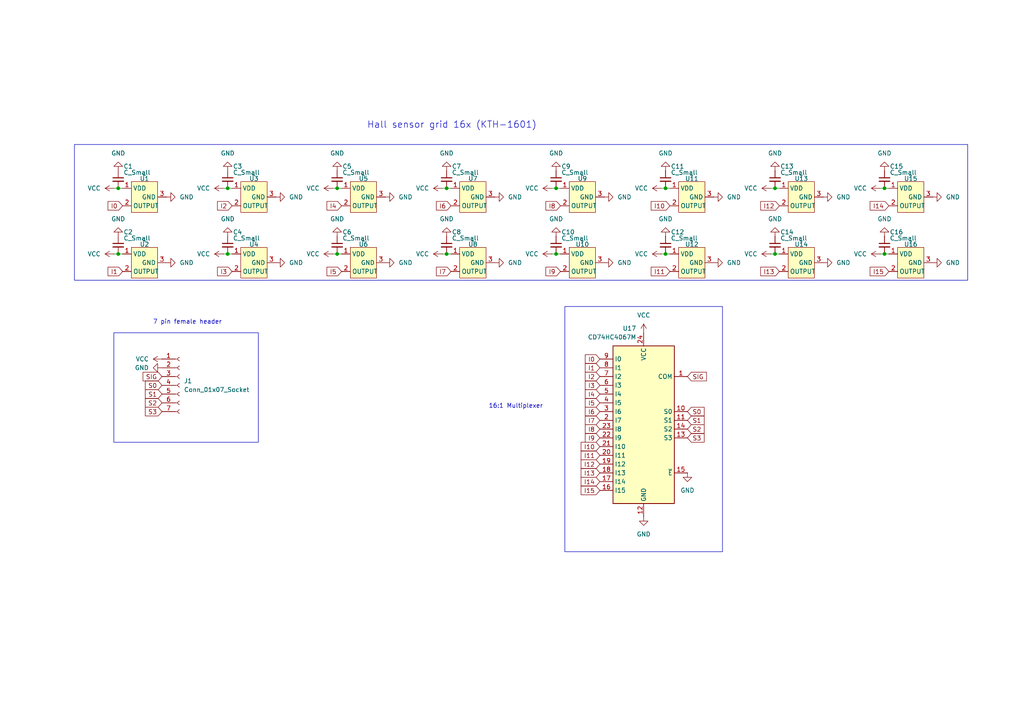
<source format=kicad_sch>
(kicad_sch
	(version 20250114)
	(generator "eeschema")
	(generator_version "9.0")
	(uuid "651b1430-a937-4dc5-8959-bec86dd5df29")
	(paper "A4")
	(title_block
		(title "Hall sensor sheet")
	)
	(lib_symbols
		(symbol "74xx:CD74HC4067M"
			(exclude_from_sim no)
			(in_bom yes)
			(on_board yes)
			(property "Reference" "U"
				(at -8.89 22.86 0)
				(effects
					(font
						(size 1.27 1.27)
					)
					(justify left)
				)
			)
			(property "Value" "CD74HC4067M"
				(at 1.27 22.86 0)
				(effects
					(font
						(size 1.27 1.27)
					)
					(justify left)
				)
			)
			(property "Footprint" "Package_SO:SOIC-24W_7.5x15.4mm_P1.27mm"
				(at 22.86 -25.4 0)
				(effects
					(font
						(size 1.27 1.27)
						(italic yes)
					)
					(hide yes)
				)
			)
			(property "Datasheet" "http://www.ti.com/lit/ds/symlink/cd74hc4067.pdf"
				(at -8.89 21.59 0)
				(effects
					(font
						(size 1.27 1.27)
					)
					(hide yes)
				)
			)
			(property "Description" "High-Speed CMOS Logic 16-Channel Analog Multiplexer/Demultiplexer, SOIC-24"
				(at 0 0 0)
				(effects
					(font
						(size 1.27 1.27)
					)
					(hide yes)
				)
			)
			(property "ki_keywords" "multiplexer demultiplexer mux demux"
				(at 0 0 0)
				(effects
					(font
						(size 1.27 1.27)
					)
					(hide yes)
				)
			)
			(property "ki_fp_filters" "SOIC*W*7.5x15.4mm*P1.27mm*"
				(at 0 0 0)
				(effects
					(font
						(size 1.27 1.27)
					)
					(hide yes)
				)
			)
			(symbol "CD74HC4067M_0_1"
				(rectangle
					(start -8.89 21.59)
					(end 8.89 -24.13)
					(stroke
						(width 0.254)
						(type default)
					)
					(fill
						(type background)
					)
				)
			)
			(symbol "CD74HC4067M_1_1"
				(pin passive line
					(at -12.7 12.7 0)
					(length 3.81)
					(name "COM"
						(effects
							(font
								(size 1.27 1.27)
							)
						)
					)
					(number "1"
						(effects
							(font
								(size 1.27 1.27)
							)
						)
					)
				)
				(pin input line
					(at -12.7 2.54 0)
					(length 3.81)
					(name "S0"
						(effects
							(font
								(size 1.27 1.27)
							)
						)
					)
					(number "10"
						(effects
							(font
								(size 1.27 1.27)
							)
						)
					)
				)
				(pin input line
					(at -12.7 0 0)
					(length 3.81)
					(name "S1"
						(effects
							(font
								(size 1.27 1.27)
							)
						)
					)
					(number "11"
						(effects
							(font
								(size 1.27 1.27)
							)
						)
					)
				)
				(pin input line
					(at -12.7 -2.54 0)
					(length 3.81)
					(name "S2"
						(effects
							(font
								(size 1.27 1.27)
							)
						)
					)
					(number "14"
						(effects
							(font
								(size 1.27 1.27)
							)
						)
					)
				)
				(pin input line
					(at -12.7 -5.08 0)
					(length 3.81)
					(name "S3"
						(effects
							(font
								(size 1.27 1.27)
							)
						)
					)
					(number "13"
						(effects
							(font
								(size 1.27 1.27)
							)
						)
					)
				)
				(pin input line
					(at -12.7 -15.24 0)
					(length 3.81)
					(name "~{E}"
						(effects
							(font
								(size 1.27 1.27)
							)
						)
					)
					(number "15"
						(effects
							(font
								(size 1.27 1.27)
							)
						)
					)
				)
				(pin power_in line
					(at 0 25.4 270)
					(length 3.81)
					(name "VCC"
						(effects
							(font
								(size 1.27 1.27)
							)
						)
					)
					(number "24"
						(effects
							(font
								(size 1.27 1.27)
							)
						)
					)
				)
				(pin power_in line
					(at 0 -27.94 90)
					(length 3.81)
					(name "GND"
						(effects
							(font
								(size 1.27 1.27)
							)
						)
					)
					(number "12"
						(effects
							(font
								(size 1.27 1.27)
							)
						)
					)
				)
				(pin passive line
					(at 12.7 17.78 180)
					(length 3.81)
					(name "I0"
						(effects
							(font
								(size 1.27 1.27)
							)
						)
					)
					(number "9"
						(effects
							(font
								(size 1.27 1.27)
							)
						)
					)
				)
				(pin passive line
					(at 12.7 15.24 180)
					(length 3.81)
					(name "I1"
						(effects
							(font
								(size 1.27 1.27)
							)
						)
					)
					(number "8"
						(effects
							(font
								(size 1.27 1.27)
							)
						)
					)
				)
				(pin passive line
					(at 12.7 12.7 180)
					(length 3.81)
					(name "I2"
						(effects
							(font
								(size 1.27 1.27)
							)
						)
					)
					(number "7"
						(effects
							(font
								(size 1.27 1.27)
							)
						)
					)
				)
				(pin passive line
					(at 12.7 10.16 180)
					(length 3.81)
					(name "I3"
						(effects
							(font
								(size 1.27 1.27)
							)
						)
					)
					(number "6"
						(effects
							(font
								(size 1.27 1.27)
							)
						)
					)
				)
				(pin passive line
					(at 12.7 7.62 180)
					(length 3.81)
					(name "I4"
						(effects
							(font
								(size 1.27 1.27)
							)
						)
					)
					(number "5"
						(effects
							(font
								(size 1.27 1.27)
							)
						)
					)
				)
				(pin passive line
					(at 12.7 5.08 180)
					(length 3.81)
					(name "I5"
						(effects
							(font
								(size 1.27 1.27)
							)
						)
					)
					(number "4"
						(effects
							(font
								(size 1.27 1.27)
							)
						)
					)
				)
				(pin passive line
					(at 12.7 2.54 180)
					(length 3.81)
					(name "I6"
						(effects
							(font
								(size 1.27 1.27)
							)
						)
					)
					(number "3"
						(effects
							(font
								(size 1.27 1.27)
							)
						)
					)
				)
				(pin passive line
					(at 12.7 0 180)
					(length 3.81)
					(name "I7"
						(effects
							(font
								(size 1.27 1.27)
							)
						)
					)
					(number "2"
						(effects
							(font
								(size 1.27 1.27)
							)
						)
					)
				)
				(pin passive line
					(at 12.7 -2.54 180)
					(length 3.81)
					(name "I8"
						(effects
							(font
								(size 1.27 1.27)
							)
						)
					)
					(number "23"
						(effects
							(font
								(size 1.27 1.27)
							)
						)
					)
				)
				(pin passive line
					(at 12.7 -5.08 180)
					(length 3.81)
					(name "I9"
						(effects
							(font
								(size 1.27 1.27)
							)
						)
					)
					(number "22"
						(effects
							(font
								(size 1.27 1.27)
							)
						)
					)
				)
				(pin passive line
					(at 12.7 -7.62 180)
					(length 3.81)
					(name "I10"
						(effects
							(font
								(size 1.27 1.27)
							)
						)
					)
					(number "21"
						(effects
							(font
								(size 1.27 1.27)
							)
						)
					)
				)
				(pin passive line
					(at 12.7 -10.16 180)
					(length 3.81)
					(name "I11"
						(effects
							(font
								(size 1.27 1.27)
							)
						)
					)
					(number "20"
						(effects
							(font
								(size 1.27 1.27)
							)
						)
					)
				)
				(pin passive line
					(at 12.7 -12.7 180)
					(length 3.81)
					(name "I12"
						(effects
							(font
								(size 1.27 1.27)
							)
						)
					)
					(number "19"
						(effects
							(font
								(size 1.27 1.27)
							)
						)
					)
				)
				(pin passive line
					(at 12.7 -15.24 180)
					(length 3.81)
					(name "I13"
						(effects
							(font
								(size 1.27 1.27)
							)
						)
					)
					(number "18"
						(effects
							(font
								(size 1.27 1.27)
							)
						)
					)
				)
				(pin passive line
					(at 12.7 -17.78 180)
					(length 3.81)
					(name "I14"
						(effects
							(font
								(size 1.27 1.27)
							)
						)
					)
					(number "17"
						(effects
							(font
								(size 1.27 1.27)
							)
						)
					)
				)
				(pin passive line
					(at 12.7 -20.32 180)
					(length 3.81)
					(name "I15"
						(effects
							(font
								(size 1.27 1.27)
							)
						)
					)
					(number "16"
						(effects
							(font
								(size 1.27 1.27)
							)
						)
					)
				)
			)
			(embedded_fonts no)
		)
		(symbol "Connector:Conn_01x07_Socket"
			(pin_names
				(offset 1.016)
				(hide yes)
			)
			(exclude_from_sim no)
			(in_bom yes)
			(on_board yes)
			(property "Reference" "J"
				(at 0 10.16 0)
				(effects
					(font
						(size 1.27 1.27)
					)
				)
			)
			(property "Value" "Conn_01x07_Socket"
				(at 0 -10.16 0)
				(effects
					(font
						(size 1.27 1.27)
					)
				)
			)
			(property "Footprint" ""
				(at 0 0 0)
				(effects
					(font
						(size 1.27 1.27)
					)
					(hide yes)
				)
			)
			(property "Datasheet" "~"
				(at 0 0 0)
				(effects
					(font
						(size 1.27 1.27)
					)
					(hide yes)
				)
			)
			(property "Description" "Generic connector, single row, 01x07, script generated"
				(at 0 0 0)
				(effects
					(font
						(size 1.27 1.27)
					)
					(hide yes)
				)
			)
			(property "ki_locked" ""
				(at 0 0 0)
				(effects
					(font
						(size 1.27 1.27)
					)
				)
			)
			(property "ki_keywords" "connector"
				(at 0 0 0)
				(effects
					(font
						(size 1.27 1.27)
					)
					(hide yes)
				)
			)
			(property "ki_fp_filters" "Connector*:*_1x??_*"
				(at 0 0 0)
				(effects
					(font
						(size 1.27 1.27)
					)
					(hide yes)
				)
			)
			(symbol "Conn_01x07_Socket_1_1"
				(polyline
					(pts
						(xy -1.27 7.62) (xy -0.508 7.62)
					)
					(stroke
						(width 0.1524)
						(type default)
					)
					(fill
						(type none)
					)
				)
				(polyline
					(pts
						(xy -1.27 5.08) (xy -0.508 5.08)
					)
					(stroke
						(width 0.1524)
						(type default)
					)
					(fill
						(type none)
					)
				)
				(polyline
					(pts
						(xy -1.27 2.54) (xy -0.508 2.54)
					)
					(stroke
						(width 0.1524)
						(type default)
					)
					(fill
						(type none)
					)
				)
				(polyline
					(pts
						(xy -1.27 0) (xy -0.508 0)
					)
					(stroke
						(width 0.1524)
						(type default)
					)
					(fill
						(type none)
					)
				)
				(polyline
					(pts
						(xy -1.27 -2.54) (xy -0.508 -2.54)
					)
					(stroke
						(width 0.1524)
						(type default)
					)
					(fill
						(type none)
					)
				)
				(polyline
					(pts
						(xy -1.27 -5.08) (xy -0.508 -5.08)
					)
					(stroke
						(width 0.1524)
						(type default)
					)
					(fill
						(type none)
					)
				)
				(polyline
					(pts
						(xy -1.27 -7.62) (xy -0.508 -7.62)
					)
					(stroke
						(width 0.1524)
						(type default)
					)
					(fill
						(type none)
					)
				)
				(arc
					(start 0 7.112)
					(mid -0.5058 7.62)
					(end 0 8.128)
					(stroke
						(width 0.1524)
						(type default)
					)
					(fill
						(type none)
					)
				)
				(arc
					(start 0 4.572)
					(mid -0.5058 5.08)
					(end 0 5.588)
					(stroke
						(width 0.1524)
						(type default)
					)
					(fill
						(type none)
					)
				)
				(arc
					(start 0 2.032)
					(mid -0.5058 2.54)
					(end 0 3.048)
					(stroke
						(width 0.1524)
						(type default)
					)
					(fill
						(type none)
					)
				)
				(arc
					(start 0 -0.508)
					(mid -0.5058 0)
					(end 0 0.508)
					(stroke
						(width 0.1524)
						(type default)
					)
					(fill
						(type none)
					)
				)
				(arc
					(start 0 -3.048)
					(mid -0.5058 -2.54)
					(end 0 -2.032)
					(stroke
						(width 0.1524)
						(type default)
					)
					(fill
						(type none)
					)
				)
				(arc
					(start 0 -5.588)
					(mid -0.5058 -5.08)
					(end 0 -4.572)
					(stroke
						(width 0.1524)
						(type default)
					)
					(fill
						(type none)
					)
				)
				(arc
					(start 0 -8.128)
					(mid -0.5058 -7.62)
					(end 0 -7.112)
					(stroke
						(width 0.1524)
						(type default)
					)
					(fill
						(type none)
					)
				)
				(pin passive line
					(at -5.08 7.62 0)
					(length 3.81)
					(name "Pin_1"
						(effects
							(font
								(size 1.27 1.27)
							)
						)
					)
					(number "1"
						(effects
							(font
								(size 1.27 1.27)
							)
						)
					)
				)
				(pin passive line
					(at -5.08 5.08 0)
					(length 3.81)
					(name "Pin_2"
						(effects
							(font
								(size 1.27 1.27)
							)
						)
					)
					(number "2"
						(effects
							(font
								(size 1.27 1.27)
							)
						)
					)
				)
				(pin passive line
					(at -5.08 2.54 0)
					(length 3.81)
					(name "Pin_3"
						(effects
							(font
								(size 1.27 1.27)
							)
						)
					)
					(number "3"
						(effects
							(font
								(size 1.27 1.27)
							)
						)
					)
				)
				(pin passive line
					(at -5.08 0 0)
					(length 3.81)
					(name "Pin_4"
						(effects
							(font
								(size 1.27 1.27)
							)
						)
					)
					(number "4"
						(effects
							(font
								(size 1.27 1.27)
							)
						)
					)
				)
				(pin passive line
					(at -5.08 -2.54 0)
					(length 3.81)
					(name "Pin_5"
						(effects
							(font
								(size 1.27 1.27)
							)
						)
					)
					(number "5"
						(effects
							(font
								(size 1.27 1.27)
							)
						)
					)
				)
				(pin passive line
					(at -5.08 -5.08 0)
					(length 3.81)
					(name "Pin_6"
						(effects
							(font
								(size 1.27 1.27)
							)
						)
					)
					(number "6"
						(effects
							(font
								(size 1.27 1.27)
							)
						)
					)
				)
				(pin passive line
					(at -5.08 -7.62 0)
					(length 3.81)
					(name "Pin_7"
						(effects
							(font
								(size 1.27 1.27)
							)
						)
					)
					(number "7"
						(effects
							(font
								(size 1.27 1.27)
							)
						)
					)
				)
			)
			(embedded_fonts no)
		)
		(symbol "Device:C_Small"
			(pin_numbers
				(hide yes)
			)
			(pin_names
				(offset 0.254)
				(hide yes)
			)
			(exclude_from_sim no)
			(in_bom yes)
			(on_board yes)
			(property "Reference" "C"
				(at 0.254 1.778 0)
				(effects
					(font
						(size 1.27 1.27)
					)
					(justify left)
				)
			)
			(property "Value" "C_Small"
				(at 0.254 -2.032 0)
				(effects
					(font
						(size 1.27 1.27)
					)
					(justify left)
				)
			)
			(property "Footprint" ""
				(at 0 0 0)
				(effects
					(font
						(size 1.27 1.27)
					)
					(hide yes)
				)
			)
			(property "Datasheet" "~"
				(at 0 0 0)
				(effects
					(font
						(size 1.27 1.27)
					)
					(hide yes)
				)
			)
			(property "Description" "Unpolarized capacitor, small symbol"
				(at 0 0 0)
				(effects
					(font
						(size 1.27 1.27)
					)
					(hide yes)
				)
			)
			(property "ki_keywords" "capacitor cap"
				(at 0 0 0)
				(effects
					(font
						(size 1.27 1.27)
					)
					(hide yes)
				)
			)
			(property "ki_fp_filters" "C_*"
				(at 0 0 0)
				(effects
					(font
						(size 1.27 1.27)
					)
					(hide yes)
				)
			)
			(symbol "C_Small_0_1"
				(polyline
					(pts
						(xy -1.524 0.508) (xy 1.524 0.508)
					)
					(stroke
						(width 0.3048)
						(type default)
					)
					(fill
						(type none)
					)
				)
				(polyline
					(pts
						(xy -1.524 -0.508) (xy 1.524 -0.508)
					)
					(stroke
						(width 0.3302)
						(type default)
					)
					(fill
						(type none)
					)
				)
			)
			(symbol "C_Small_1_1"
				(pin passive line
					(at 0 2.54 270)
					(length 2.032)
					(name "~"
						(effects
							(font
								(size 1.27 1.27)
							)
						)
					)
					(number "1"
						(effects
							(font
								(size 1.27 1.27)
							)
						)
					)
				)
				(pin passive line
					(at 0 -2.54 90)
					(length 2.032)
					(name "~"
						(effects
							(font
								(size 1.27 1.27)
							)
						)
					)
					(number "2"
						(effects
							(font
								(size 1.27 1.27)
							)
						)
					)
				)
			)
			(embedded_fonts no)
		)
		(symbol "KTH1601_SOT-23-3L:SOT-553"
			(exclude_from_sim no)
			(in_bom yes)
			(on_board yes)
			(property "Reference" "U"
				(at 0 5.715 0)
				(effects
					(font
						(size 1.27 1.27)
					)
				)
			)
			(property "Value" ""
				(at 0 0.635 0)
				(effects
					(font
						(size 1.27 1.27)
					)
				)
			)
			(property "Footprint" ""
				(at 0 0.635 0)
				(effects
					(font
						(size 1.27 1.27)
					)
					(hide yes)
				)
			)
			(property "Datasheet" ""
				(at 0 0.635 0)
				(effects
					(font
						(size 1.27 1.27)
					)
					(hide yes)
				)
			)
			(property "Description" ""
				(at 0 0.635 0)
				(effects
					(font
						(size 1.27 1.27)
					)
					(hide yes)
				)
			)
			(symbol "SOT-553_1_1"
				(rectangle
					(start -3.81 4.445)
					(end 3.81 -4.445)
					(stroke
						(width 0)
						(type solid)
					)
					(fill
						(type background)
					)
				)
				(pin power_in line
					(at -6.35 2.54 0)
					(length 2.54)
					(name "VDD"
						(effects
							(font
								(size 1.27 1.27)
							)
						)
					)
					(number "1"
						(effects
							(font
								(size 1.27 1.27)
							)
						)
					)
				)
				(pin output line
					(at -6.35 -2.54 0)
					(length 2.54)
					(name "OUTPUT"
						(effects
							(font
								(size 1.27 1.27)
							)
						)
					)
					(number "2"
						(effects
							(font
								(size 1.27 1.27)
							)
						)
					)
				)
				(pin power_in line
					(at 6.35 0 180)
					(length 2.54)
					(name "GND"
						(effects
							(font
								(size 1.27 1.27)
							)
						)
					)
					(number "3"
						(effects
							(font
								(size 1.27 1.27)
							)
						)
					)
				)
			)
			(embedded_fonts no)
		)
		(symbol "power:GND"
			(power)
			(pin_numbers
				(hide yes)
			)
			(pin_names
				(offset 0)
				(hide yes)
			)
			(exclude_from_sim no)
			(in_bom yes)
			(on_board yes)
			(property "Reference" "#PWR"
				(at 0 -6.35 0)
				(effects
					(font
						(size 1.27 1.27)
					)
					(hide yes)
				)
			)
			(property "Value" "GND"
				(at 0 -3.81 0)
				(effects
					(font
						(size 1.27 1.27)
					)
				)
			)
			(property "Footprint" ""
				(at 0 0 0)
				(effects
					(font
						(size 1.27 1.27)
					)
					(hide yes)
				)
			)
			(property "Datasheet" ""
				(at 0 0 0)
				(effects
					(font
						(size 1.27 1.27)
					)
					(hide yes)
				)
			)
			(property "Description" "Power symbol creates a global label with name \"GND\" , ground"
				(at 0 0 0)
				(effects
					(font
						(size 1.27 1.27)
					)
					(hide yes)
				)
			)
			(property "ki_keywords" "global power"
				(at 0 0 0)
				(effects
					(font
						(size 1.27 1.27)
					)
					(hide yes)
				)
			)
			(symbol "GND_0_1"
				(polyline
					(pts
						(xy 0 0) (xy 0 -1.27) (xy 1.27 -1.27) (xy 0 -2.54) (xy -1.27 -1.27) (xy 0 -1.27)
					)
					(stroke
						(width 0)
						(type default)
					)
					(fill
						(type none)
					)
				)
			)
			(symbol "GND_1_1"
				(pin power_in line
					(at 0 0 270)
					(length 0)
					(name "~"
						(effects
							(font
								(size 1.27 1.27)
							)
						)
					)
					(number "1"
						(effects
							(font
								(size 1.27 1.27)
							)
						)
					)
				)
			)
			(embedded_fonts no)
		)
		(symbol "power:VCC"
			(power)
			(pin_numbers
				(hide yes)
			)
			(pin_names
				(offset 0)
				(hide yes)
			)
			(exclude_from_sim no)
			(in_bom yes)
			(on_board yes)
			(property "Reference" "#PWR"
				(at 0 -3.81 0)
				(effects
					(font
						(size 1.27 1.27)
					)
					(hide yes)
				)
			)
			(property "Value" "VCC"
				(at 0 3.556 0)
				(effects
					(font
						(size 1.27 1.27)
					)
				)
			)
			(property "Footprint" ""
				(at 0 0 0)
				(effects
					(font
						(size 1.27 1.27)
					)
					(hide yes)
				)
			)
			(property "Datasheet" ""
				(at 0 0 0)
				(effects
					(font
						(size 1.27 1.27)
					)
					(hide yes)
				)
			)
			(property "Description" "Power symbol creates a global label with name \"VCC\""
				(at 0 0 0)
				(effects
					(font
						(size 1.27 1.27)
					)
					(hide yes)
				)
			)
			(property "ki_keywords" "global power"
				(at 0 0 0)
				(effects
					(font
						(size 1.27 1.27)
					)
					(hide yes)
				)
			)
			(symbol "VCC_0_1"
				(polyline
					(pts
						(xy -0.762 1.27) (xy 0 2.54)
					)
					(stroke
						(width 0)
						(type default)
					)
					(fill
						(type none)
					)
				)
				(polyline
					(pts
						(xy 0 2.54) (xy 0.762 1.27)
					)
					(stroke
						(width 0)
						(type default)
					)
					(fill
						(type none)
					)
				)
				(polyline
					(pts
						(xy 0 0) (xy 0 2.54)
					)
					(stroke
						(width 0)
						(type default)
					)
					(fill
						(type none)
					)
				)
			)
			(symbol "VCC_1_1"
				(pin power_in line
					(at 0 0 90)
					(length 0)
					(name "~"
						(effects
							(font
								(size 1.27 1.27)
							)
						)
					)
					(number "1"
						(effects
							(font
								(size 1.27 1.27)
							)
						)
					)
				)
			)
			(embedded_fonts no)
		)
	)
	(rectangle
		(start 209.55 88.9)
		(end 163.83 160.02)
		(stroke
			(width 0)
			(type default)
		)
		(fill
			(type none)
		)
		(uuid 619ebf35-9e22-4b3c-82a9-357c8692911a)
	)
	(rectangle
		(start 21.59 41.91)
		(end 280.67 81.28)
		(stroke
			(width 0)
			(type default)
		)
		(fill
			(type none)
		)
		(uuid 99e3c865-2c44-4025-b763-c95a1ca9cb66)
	)
	(rectangle
		(start 33.02 96.52)
		(end 74.93 128.27)
		(stroke
			(width 0)
			(type default)
		)
		(fill
			(type none)
		)
		(uuid e23da2a7-adc8-4f76-bf9b-5ee7426624cb)
	)
	(text "7 pin female header"
		(exclude_from_sim no)
		(at 54.356 93.472 0)
		(effects
			(font
				(size 1.27 1.27)
			)
		)
		(uuid "842f289c-fd34-4101-84d3-c0cd65b7e51c")
	)
	(text "16:1 Multiplexer"
		(exclude_from_sim no)
		(at 149.606 117.856 0)
		(effects
			(font
				(size 1.27 1.27)
			)
		)
		(uuid "b0015446-06c9-45be-9d80-16c6b24b0709")
	)
	(text "Hall sensor grid 16x (KTH-1601)"
		(exclude_from_sim no)
		(at 131.064 36.322 0)
		(effects
			(font
				(size 1.905 1.905)
			)
		)
		(uuid "e309eecb-a3f2-48f8-adf8-f37d74f281d2")
	)
	(junction
		(at 256.54 54.61)
		(diameter 0)
		(color 0 0 0 0)
		(uuid "08549a61-b89b-4c6a-950f-8cfe585cdc0d")
	)
	(junction
		(at 193.04 54.61)
		(diameter 0)
		(color 0 0 0 0)
		(uuid "372ac954-375b-46c4-99bf-2ccea400c0d4")
	)
	(junction
		(at 66.04 54.61)
		(diameter 0)
		(color 0 0 0 0)
		(uuid "38afb15f-39e5-4c83-a141-1d687adb4002")
	)
	(junction
		(at 161.29 73.66)
		(diameter 0)
		(color 0 0 0 0)
		(uuid "482d5761-bfb3-4d23-b982-ec7ae18edecf")
	)
	(junction
		(at 34.29 73.66)
		(diameter 0)
		(color 0 0 0 0)
		(uuid "7651edf0-210e-4477-82da-a7f188c39a34")
	)
	(junction
		(at 193.04 73.66)
		(diameter 0)
		(color 0 0 0 0)
		(uuid "7797bb7d-1a7d-40c9-aab0-87bdba7e0f6c")
	)
	(junction
		(at 97.79 73.66)
		(diameter 0)
		(color 0 0 0 0)
		(uuid "7dfd2d20-5175-4a1f-b37d-34b7d4abcf96")
	)
	(junction
		(at 66.04 73.66)
		(diameter 0)
		(color 0 0 0 0)
		(uuid "899ec543-d913-419c-a9d6-2dfc4cdd7691")
	)
	(junction
		(at 129.54 54.61)
		(diameter 0)
		(color 0 0 0 0)
		(uuid "a58f4289-9697-4562-8a9b-bde02ac19b49")
	)
	(junction
		(at 34.29 54.61)
		(diameter 0)
		(color 0 0 0 0)
		(uuid "ac043b59-7d23-462b-94e1-4c47fa8b06d7")
	)
	(junction
		(at 256.54 73.66)
		(diameter 0)
		(color 0 0 0 0)
		(uuid "bdc6e408-69de-4eeb-a5c3-73d7c8c6aa07")
	)
	(junction
		(at 97.79 54.61)
		(diameter 0)
		(color 0 0 0 0)
		(uuid "cc02a5d8-c21f-42da-963e-493bbfae4911")
	)
	(junction
		(at 129.54 73.66)
		(diameter 0)
		(color 0 0 0 0)
		(uuid "cc3e7ba5-2b4e-4338-a1ef-89020a25a470")
	)
	(junction
		(at 224.79 73.66)
		(diameter 0)
		(color 0 0 0 0)
		(uuid "e1b558d2-5f07-4f3f-b4c3-713b8fd717f9")
	)
	(junction
		(at 161.29 54.61)
		(diameter 0)
		(color 0 0 0 0)
		(uuid "e4170849-2d28-49ed-8432-334ecddf3f8e")
	)
	(junction
		(at 224.79 54.61)
		(diameter 0)
		(color 0 0 0 0)
		(uuid "f6fcb1f1-a54b-4726-8715-2bbb8849fd3c")
	)
	(wire
		(pts
			(xy 96.52 73.66) (xy 97.79 73.66)
		)
		(stroke
			(width 0)
			(type default)
		)
		(uuid "0ef0ac7b-4d2e-4177-a2bb-be8b85309e3f")
	)
	(wire
		(pts
			(xy 128.27 54.61) (xy 129.54 54.61)
		)
		(stroke
			(width 0)
			(type default)
		)
		(uuid "1136c2f1-4a13-4ca3-828d-13ab0cef1dec")
	)
	(wire
		(pts
			(xy 160.02 54.61) (xy 161.29 54.61)
		)
		(stroke
			(width 0)
			(type default)
		)
		(uuid "19d09d54-d297-4be8-b585-6730fd141fbc")
	)
	(wire
		(pts
			(xy 193.04 73.66) (xy 194.31 73.66)
		)
		(stroke
			(width 0)
			(type default)
		)
		(uuid "1bfd4c42-fb58-4722-b666-9e940e03a621")
	)
	(wire
		(pts
			(xy 97.79 54.61) (xy 99.06 54.61)
		)
		(stroke
			(width 0)
			(type default)
		)
		(uuid "1de14a23-1454-4cda-aa11-18f22a82f077")
	)
	(wire
		(pts
			(xy 224.79 54.61) (xy 226.06 54.61)
		)
		(stroke
			(width 0)
			(type default)
		)
		(uuid "230cc64e-6898-40e7-a825-c3150a426626")
	)
	(wire
		(pts
			(xy 64.77 54.61) (xy 66.04 54.61)
		)
		(stroke
			(width 0)
			(type default)
		)
		(uuid "27e195c6-41f2-4b88-870a-e92c75f03eb1")
	)
	(wire
		(pts
			(xy 191.77 54.61) (xy 193.04 54.61)
		)
		(stroke
			(width 0)
			(type default)
		)
		(uuid "29836096-5db3-4b82-a923-a87597a3c83b")
	)
	(wire
		(pts
			(xy 255.27 73.66) (xy 256.54 73.66)
		)
		(stroke
			(width 0)
			(type default)
		)
		(uuid "2b9a38a8-0d59-4c9e-96e7-f46b65bcfa03")
	)
	(wire
		(pts
			(xy 129.54 73.66) (xy 130.81 73.66)
		)
		(stroke
			(width 0)
			(type default)
		)
		(uuid "31b84ae1-484d-4694-a57a-69a1e40b7747")
	)
	(wire
		(pts
			(xy 66.04 54.61) (xy 67.31 54.61)
		)
		(stroke
			(width 0)
			(type default)
		)
		(uuid "48fa7f3c-cfc8-4ce5-af3b-58f56da1ec0c")
	)
	(wire
		(pts
			(xy 160.02 73.66) (xy 161.29 73.66)
		)
		(stroke
			(width 0)
			(type default)
		)
		(uuid "4d078b4d-4339-48ad-9aed-eb7a7bfe2388")
	)
	(wire
		(pts
			(xy 223.52 73.66) (xy 224.79 73.66)
		)
		(stroke
			(width 0)
			(type default)
		)
		(uuid "5aab34be-9921-4f37-a3e5-508895d9ea11")
	)
	(wire
		(pts
			(xy 161.29 54.61) (xy 162.56 54.61)
		)
		(stroke
			(width 0)
			(type default)
		)
		(uuid "5c5d01da-2285-4d7b-9647-c0ec6e013e6c")
	)
	(wire
		(pts
			(xy 34.29 73.66) (xy 35.56 73.66)
		)
		(stroke
			(width 0)
			(type default)
		)
		(uuid "76070e55-37de-4fcf-a279-8469967f8790")
	)
	(wire
		(pts
			(xy 193.04 54.61) (xy 194.31 54.61)
		)
		(stroke
			(width 0)
			(type default)
		)
		(uuid "791f3b08-9003-453b-9162-b7a27aec0fd2")
	)
	(wire
		(pts
			(xy 191.77 73.66) (xy 193.04 73.66)
		)
		(stroke
			(width 0)
			(type default)
		)
		(uuid "7ae4eeef-6596-4bb8-adcd-38fbf3c2b8ed")
	)
	(wire
		(pts
			(xy 161.29 73.66) (xy 162.56 73.66)
		)
		(stroke
			(width 0)
			(type default)
		)
		(uuid "7d448aeb-39d8-4f01-962f-f19771290e92")
	)
	(wire
		(pts
			(xy 223.52 54.61) (xy 224.79 54.61)
		)
		(stroke
			(width 0)
			(type default)
		)
		(uuid "86770bbd-1d58-4fbb-8656-a5b29e0ed092")
	)
	(wire
		(pts
			(xy 64.77 73.66) (xy 66.04 73.66)
		)
		(stroke
			(width 0)
			(type default)
		)
		(uuid "9a88188c-cd70-4013-8a37-b2f3ae997138")
	)
	(wire
		(pts
			(xy 256.54 73.66) (xy 257.81 73.66)
		)
		(stroke
			(width 0)
			(type default)
		)
		(uuid "a0aa8644-933c-431f-9eba-a902795b011d")
	)
	(wire
		(pts
			(xy 224.79 73.66) (xy 226.06 73.66)
		)
		(stroke
			(width 0)
			(type default)
		)
		(uuid "a3e170a9-c1b7-4019-a180-9bf8601f62e9")
	)
	(wire
		(pts
			(xy 66.04 73.66) (xy 67.31 73.66)
		)
		(stroke
			(width 0)
			(type default)
		)
		(uuid "a7b991e3-3666-4c78-b373-56740817be55")
	)
	(wire
		(pts
			(xy 255.27 54.61) (xy 256.54 54.61)
		)
		(stroke
			(width 0)
			(type default)
		)
		(uuid "b0ee5693-4b65-4694-9710-ae59069f8e5e")
	)
	(wire
		(pts
			(xy 34.29 54.61) (xy 35.56 54.61)
		)
		(stroke
			(width 0)
			(type default)
		)
		(uuid "c483a33b-15ea-4f48-83a9-c645674bb36a")
	)
	(wire
		(pts
			(xy 97.79 73.66) (xy 99.06 73.66)
		)
		(stroke
			(width 0)
			(type default)
		)
		(uuid "c8894a34-d740-4b53-a60a-cd684966d3bc")
	)
	(wire
		(pts
			(xy 33.02 54.61) (xy 34.29 54.61)
		)
		(stroke
			(width 0)
			(type default)
		)
		(uuid "cb1c2efb-56ef-441d-b72b-69c634937015")
	)
	(wire
		(pts
			(xy 96.52 54.61) (xy 97.79 54.61)
		)
		(stroke
			(width 0)
			(type default)
		)
		(uuid "d27cdea8-dc89-4923-a201-615a683e2705")
	)
	(wire
		(pts
			(xy 256.54 54.61) (xy 257.81 54.61)
		)
		(stroke
			(width 0)
			(type default)
		)
		(uuid "d3543f3f-e79a-44b6-b6ec-942d013bc844")
	)
	(wire
		(pts
			(xy 33.02 73.66) (xy 34.29 73.66)
		)
		(stroke
			(width 0)
			(type default)
		)
		(uuid "df4b8c3a-147e-4315-86c7-f117ca2a7d91")
	)
	(wire
		(pts
			(xy 128.27 73.66) (xy 129.54 73.66)
		)
		(stroke
			(width 0)
			(type default)
		)
		(uuid "ee656f4d-8932-4af8-8f57-e2681bf31055")
	)
	(wire
		(pts
			(xy 129.54 54.61) (xy 130.81 54.61)
		)
		(stroke
			(width 0)
			(type default)
		)
		(uuid "f0d8f60e-9064-404c-83cc-dbd56dcde70f")
	)
	(global_label "S1"
		(shape input)
		(at 199.39 121.92 0)
		(fields_autoplaced yes)
		(effects
			(font
				(size 1.27 1.27)
			)
			(justify left)
		)
		(uuid "0220548f-9bdd-42ce-9d10-ef092fc4b850")
		(property "Intersheetrefs" "${INTERSHEET_REFS}"
			(at 204.7942 121.92 0)
			(effects
				(font
					(size 1.27 1.27)
				)
				(justify left)
				(hide yes)
			)
		)
	)
	(global_label "I11"
		(shape input)
		(at 194.31 78.74 180)
		(fields_autoplaced yes)
		(effects
			(font
				(size 1.27 1.27)
			)
			(justify right)
		)
		(uuid "0c52b843-86b8-4e22-a405-78a34ab4443f")
		(property "Intersheetrefs" "${INTERSHEET_REFS}"
			(at 188.301 78.74 0)
			(effects
				(font
					(size 1.27 1.27)
				)
				(justify right)
				(hide yes)
			)
		)
	)
	(global_label "I7"
		(shape input)
		(at 173.99 121.92 180)
		(fields_autoplaced yes)
		(effects
			(font
				(size 1.27 1.27)
			)
			(justify right)
		)
		(uuid "0ca532a2-f737-491b-8cb9-152a47feb7a8")
		(property "Intersheetrefs" "${INTERSHEET_REFS}"
			(at 169.1905 121.92 0)
			(effects
				(font
					(size 1.27 1.27)
				)
				(justify right)
				(hide yes)
			)
		)
	)
	(global_label "I3"
		(shape input)
		(at 173.99 111.76 180)
		(fields_autoplaced yes)
		(effects
			(font
				(size 1.27 1.27)
			)
			(justify right)
		)
		(uuid "1ad7038d-e929-4495-8673-af8674bcf472")
		(property "Intersheetrefs" "${INTERSHEET_REFS}"
			(at 169.1905 111.76 0)
			(effects
				(font
					(size 1.27 1.27)
				)
				(justify right)
				(hide yes)
			)
		)
	)
	(global_label "I5"
		(shape input)
		(at 173.99 116.84 180)
		(fields_autoplaced yes)
		(effects
			(font
				(size 1.27 1.27)
			)
			(justify right)
		)
		(uuid "30ff602e-8fa4-4e76-81d2-99796bff3f67")
		(property "Intersheetrefs" "${INTERSHEET_REFS}"
			(at 169.1905 116.84 0)
			(effects
				(font
					(size 1.27 1.27)
				)
				(justify right)
				(hide yes)
			)
		)
	)
	(global_label "SIG"
		(shape input)
		(at 46.99 109.22 180)
		(fields_autoplaced yes)
		(effects
			(font
				(size 1.27 1.27)
			)
			(justify right)
		)
		(uuid "31bcac6c-4435-417e-b4b7-c421378f1769")
		(property "Intersheetrefs" "${INTERSHEET_REFS}"
			(at 40.9205 109.22 0)
			(effects
				(font
					(size 1.27 1.27)
				)
				(justify right)
				(hide yes)
			)
		)
	)
	(global_label "S1"
		(shape input)
		(at 46.99 114.3 180)
		(fields_autoplaced yes)
		(effects
			(font
				(size 1.27 1.27)
			)
			(justify right)
		)
		(uuid "37bb1312-0b43-411a-8988-a6cd19c6c9c4")
		(property "Intersheetrefs" "${INTERSHEET_REFS}"
			(at 41.5858 114.3 0)
			(effects
				(font
					(size 1.27 1.27)
				)
				(justify right)
				(hide yes)
			)
		)
	)
	(global_label "S3"
		(shape input)
		(at 199.39 127 0)
		(fields_autoplaced yes)
		(effects
			(font
				(size 1.27 1.27)
			)
			(justify left)
		)
		(uuid "39805751-964f-4c28-9111-193881e22b6f")
		(property "Intersheetrefs" "${INTERSHEET_REFS}"
			(at 204.7942 127 0)
			(effects
				(font
					(size 1.27 1.27)
				)
				(justify left)
				(hide yes)
			)
		)
	)
	(global_label "I0"
		(shape input)
		(at 173.99 104.14 180)
		(fields_autoplaced yes)
		(effects
			(font
				(size 1.27 1.27)
			)
			(justify right)
		)
		(uuid "40507585-8cf2-4d7e-81ee-0904aa6cca9c")
		(property "Intersheetrefs" "${INTERSHEET_REFS}"
			(at 169.1905 104.14 0)
			(effects
				(font
					(size 1.27 1.27)
				)
				(justify right)
				(hide yes)
			)
		)
	)
	(global_label "S3"
		(shape input)
		(at 46.99 119.38 180)
		(fields_autoplaced yes)
		(effects
			(font
				(size 1.27 1.27)
			)
			(justify right)
		)
		(uuid "42248421-dbb3-4421-a025-e6ad52ca047d")
		(property "Intersheetrefs" "${INTERSHEET_REFS}"
			(at 41.5858 119.38 0)
			(effects
				(font
					(size 1.27 1.27)
				)
				(justify right)
				(hide yes)
			)
		)
	)
	(global_label "I12"
		(shape input)
		(at 173.99 134.62 180)
		(fields_autoplaced yes)
		(effects
			(font
				(size 1.27 1.27)
			)
			(justify right)
		)
		(uuid "44089c33-f225-4540-aa02-77a0bdcc74d2")
		(property "Intersheetrefs" "${INTERSHEET_REFS}"
			(at 167.981 134.62 0)
			(effects
				(font
					(size 1.27 1.27)
				)
				(justify right)
				(hide yes)
			)
		)
	)
	(global_label "I6"
		(shape input)
		(at 130.81 59.69 180)
		(fields_autoplaced yes)
		(effects
			(font
				(size 1.27 1.27)
			)
			(justify right)
		)
		(uuid "442057f9-2da9-4eaf-986d-061f381b0bc7")
		(property "Intersheetrefs" "${INTERSHEET_REFS}"
			(at 126.0105 59.69 0)
			(effects
				(font
					(size 1.27 1.27)
				)
				(justify right)
				(hide yes)
			)
		)
	)
	(global_label "I14"
		(shape input)
		(at 173.99 139.7 180)
		(fields_autoplaced yes)
		(effects
			(font
				(size 1.27 1.27)
			)
			(justify right)
		)
		(uuid "451ce8c1-8333-423d-abc8-5823ba7a8479")
		(property "Intersheetrefs" "${INTERSHEET_REFS}"
			(at 167.981 139.7 0)
			(effects
				(font
					(size 1.27 1.27)
				)
				(justify right)
				(hide yes)
			)
		)
	)
	(global_label "I5"
		(shape input)
		(at 99.06 78.74 180)
		(fields_autoplaced yes)
		(effects
			(font
				(size 1.27 1.27)
			)
			(justify right)
		)
		(uuid "6998b9c8-d074-4eef-bf7d-ee8ceb04831c")
		(property "Intersheetrefs" "${INTERSHEET_REFS}"
			(at 94.2605 78.74 0)
			(effects
				(font
					(size 1.27 1.27)
				)
				(justify right)
				(hide yes)
			)
		)
	)
	(global_label "I8"
		(shape input)
		(at 162.56 59.69 180)
		(fields_autoplaced yes)
		(effects
			(font
				(size 1.27 1.27)
			)
			(justify right)
		)
		(uuid "7f63714b-1653-4628-913c-9c1aee16aee6")
		(property "Intersheetrefs" "${INTERSHEET_REFS}"
			(at 157.7605 59.69 0)
			(effects
				(font
					(size 1.27 1.27)
				)
				(justify right)
				(hide yes)
			)
		)
	)
	(global_label "I8"
		(shape input)
		(at 173.99 124.46 180)
		(fields_autoplaced yes)
		(effects
			(font
				(size 1.27 1.27)
			)
			(justify right)
		)
		(uuid "7f7d4323-456f-4fa9-9c83-015da3dff227")
		(property "Intersheetrefs" "${INTERSHEET_REFS}"
			(at 169.1905 124.46 0)
			(effects
				(font
					(size 1.27 1.27)
				)
				(justify right)
				(hide yes)
			)
		)
	)
	(global_label "I13"
		(shape input)
		(at 226.06 78.74 180)
		(fields_autoplaced yes)
		(effects
			(font
				(size 1.27 1.27)
			)
			(justify right)
		)
		(uuid "7f882cf8-9c70-4209-9f11-da332d11c002")
		(property "Intersheetrefs" "${INTERSHEET_REFS}"
			(at 220.051 78.74 0)
			(effects
				(font
					(size 1.27 1.27)
				)
				(justify right)
				(hide yes)
			)
		)
	)
	(global_label "I15"
		(shape input)
		(at 257.81 78.74 180)
		(fields_autoplaced yes)
		(effects
			(font
				(size 1.27 1.27)
			)
			(justify right)
		)
		(uuid "8848c3b5-4290-4ef9-aba5-f1d4354df8f2")
		(property "Intersheetrefs" "${INTERSHEET_REFS}"
			(at 251.801 78.74 0)
			(effects
				(font
					(size 1.27 1.27)
				)
				(justify right)
				(hide yes)
			)
		)
	)
	(global_label "I10"
		(shape input)
		(at 194.31 59.69 180)
		(fields_autoplaced yes)
		(effects
			(font
				(size 1.27 1.27)
			)
			(justify right)
		)
		(uuid "8f33aeaa-89eb-4cdf-9bdf-b5ead5951d9b")
		(property "Intersheetrefs" "${INTERSHEET_REFS}"
			(at 188.301 59.69 0)
			(effects
				(font
					(size 1.27 1.27)
				)
				(justify right)
				(hide yes)
			)
		)
	)
	(global_label "I11"
		(shape input)
		(at 173.99 132.08 180)
		(fields_autoplaced yes)
		(effects
			(font
				(size 1.27 1.27)
			)
			(justify right)
		)
		(uuid "904b38b0-e2c4-4570-be95-181fb2fa269f")
		(property "Intersheetrefs" "${INTERSHEET_REFS}"
			(at 167.981 132.08 0)
			(effects
				(font
					(size 1.27 1.27)
				)
				(justify right)
				(hide yes)
			)
		)
	)
	(global_label "S2"
		(shape input)
		(at 199.39 124.46 0)
		(fields_autoplaced yes)
		(effects
			(font
				(size 1.27 1.27)
			)
			(justify left)
		)
		(uuid "9d9bac5b-3e13-4ff0-9bba-692bdfc761ce")
		(property "Intersheetrefs" "${INTERSHEET_REFS}"
			(at 204.7942 124.46 0)
			(effects
				(font
					(size 1.27 1.27)
				)
				(justify left)
				(hide yes)
			)
		)
	)
	(global_label "I9"
		(shape input)
		(at 162.56 78.74 180)
		(fields_autoplaced yes)
		(effects
			(font
				(size 1.27 1.27)
			)
			(justify right)
		)
		(uuid "a6a0a9e6-5214-4735-85ca-138706eca390")
		(property "Intersheetrefs" "${INTERSHEET_REFS}"
			(at 157.7605 78.74 0)
			(effects
				(font
					(size 1.27 1.27)
				)
				(justify right)
				(hide yes)
			)
		)
	)
	(global_label "I3"
		(shape input)
		(at 67.31 78.74 180)
		(fields_autoplaced yes)
		(effects
			(font
				(size 1.27 1.27)
			)
			(justify right)
		)
		(uuid "ab5e555f-25bb-4d91-87a3-d0bed682b58f")
		(property "Intersheetrefs" "${INTERSHEET_REFS}"
			(at 62.5105 78.74 0)
			(effects
				(font
					(size 1.27 1.27)
				)
				(justify right)
				(hide yes)
			)
		)
	)
	(global_label "I0"
		(shape input)
		(at 35.56 59.69 180)
		(fields_autoplaced yes)
		(effects
			(font
				(size 1.27 1.27)
			)
			(justify right)
		)
		(uuid "ab87e8ef-7c41-4f85-a5c4-5f809248d4c0")
		(property "Intersheetrefs" "${INTERSHEET_REFS}"
			(at 30.7605 59.69 0)
			(effects
				(font
					(size 1.27 1.27)
				)
				(justify right)
				(hide yes)
			)
		)
	)
	(global_label "I10"
		(shape input)
		(at 173.99 129.54 180)
		(fields_autoplaced yes)
		(effects
			(font
				(size 1.27 1.27)
			)
			(justify right)
		)
		(uuid "abd227de-d081-41b9-a123-27b716ab9ee5")
		(property "Intersheetrefs" "${INTERSHEET_REFS}"
			(at 167.981 129.54 0)
			(effects
				(font
					(size 1.27 1.27)
				)
				(justify right)
				(hide yes)
			)
		)
	)
	(global_label "S0"
		(shape input)
		(at 46.99 111.76 180)
		(fields_autoplaced yes)
		(effects
			(font
				(size 1.27 1.27)
			)
			(justify right)
		)
		(uuid "b24548aa-8939-49ee-b5ff-94dc2ab560e2")
		(property "Intersheetrefs" "${INTERSHEET_REFS}"
			(at 41.5858 111.76 0)
			(effects
				(font
					(size 1.27 1.27)
				)
				(justify right)
				(hide yes)
			)
		)
	)
	(global_label "I9"
		(shape input)
		(at 173.99 127 180)
		(fields_autoplaced yes)
		(effects
			(font
				(size 1.27 1.27)
			)
			(justify right)
		)
		(uuid "b347bb2f-6b10-4fae-aa99-80bdf72eaa71")
		(property "Intersheetrefs" "${INTERSHEET_REFS}"
			(at 169.1905 127 0)
			(effects
				(font
					(size 1.27 1.27)
				)
				(justify right)
				(hide yes)
			)
		)
	)
	(global_label "I12"
		(shape input)
		(at 226.06 59.69 180)
		(fields_autoplaced yes)
		(effects
			(font
				(size 1.27 1.27)
			)
			(justify right)
		)
		(uuid "bc5a2104-2dcd-4cc3-abfd-3af7b657acb9")
		(property "Intersheetrefs" "${INTERSHEET_REFS}"
			(at 220.051 59.69 0)
			(effects
				(font
					(size 1.27 1.27)
				)
				(justify right)
				(hide yes)
			)
		)
	)
	(global_label "S2"
		(shape input)
		(at 46.99 116.84 180)
		(fields_autoplaced yes)
		(effects
			(font
				(size 1.27 1.27)
			)
			(justify right)
		)
		(uuid "bd0430fd-b3c4-435c-92a8-e62875cf76ce")
		(property "Intersheetrefs" "${INTERSHEET_REFS}"
			(at 41.5858 116.84 0)
			(effects
				(font
					(size 1.27 1.27)
				)
				(justify right)
				(hide yes)
			)
		)
	)
	(global_label "I1"
		(shape input)
		(at 173.99 106.68 180)
		(fields_autoplaced yes)
		(effects
			(font
				(size 1.27 1.27)
			)
			(justify right)
		)
		(uuid "bdf3349e-d78c-4f6d-8c6b-09f0784749ad")
		(property "Intersheetrefs" "${INTERSHEET_REFS}"
			(at 169.1905 106.68 0)
			(effects
				(font
					(size 1.27 1.27)
				)
				(justify right)
				(hide yes)
			)
		)
	)
	(global_label "SIG"
		(shape input)
		(at 199.39 109.22 0)
		(fields_autoplaced yes)
		(effects
			(font
				(size 1.27 1.27)
			)
			(justify left)
		)
		(uuid "c861e8d1-a945-4a4f-a7c0-c586bab89a9b")
		(property "Intersheetrefs" "${INTERSHEET_REFS}"
			(at 205.4595 109.22 0)
			(effects
				(font
					(size 1.27 1.27)
				)
				(justify left)
				(hide yes)
			)
		)
	)
	(global_label "I4"
		(shape input)
		(at 99.06 59.69 180)
		(fields_autoplaced yes)
		(effects
			(font
				(size 1.27 1.27)
			)
			(justify right)
		)
		(uuid "cbb649d9-c8ee-41ee-9bb4-296d733b2ff6")
		(property "Intersheetrefs" "${INTERSHEET_REFS}"
			(at 94.2605 59.69 0)
			(effects
				(font
					(size 1.27 1.27)
				)
				(justify right)
				(hide yes)
			)
		)
	)
	(global_label "I2"
		(shape input)
		(at 173.99 109.22 180)
		(fields_autoplaced yes)
		(effects
			(font
				(size 1.27 1.27)
			)
			(justify right)
		)
		(uuid "d2e34388-b689-46cb-bf59-f76d80303d4e")
		(property "Intersheetrefs" "${INTERSHEET_REFS}"
			(at 169.1905 109.22 0)
			(effects
				(font
					(size 1.27 1.27)
				)
				(justify right)
				(hide yes)
			)
		)
	)
	(global_label "I4"
		(shape input)
		(at 173.99 114.3 180)
		(fields_autoplaced yes)
		(effects
			(font
				(size 1.27 1.27)
			)
			(justify right)
		)
		(uuid "d8e093f2-d237-43b3-9d0f-7f4097dbf77a")
		(property "Intersheetrefs" "${INTERSHEET_REFS}"
			(at 169.1905 114.3 0)
			(effects
				(font
					(size 1.27 1.27)
				)
				(justify right)
				(hide yes)
			)
		)
	)
	(global_label "I6"
		(shape input)
		(at 173.99 119.38 180)
		(fields_autoplaced yes)
		(effects
			(font
				(size 1.27 1.27)
			)
			(justify right)
		)
		(uuid "d9066138-9cdf-48d7-946d-30dd78c845a0")
		(property "Intersheetrefs" "${INTERSHEET_REFS}"
			(at 169.1905 119.38 0)
			(effects
				(font
					(size 1.27 1.27)
				)
				(justify right)
				(hide yes)
			)
		)
	)
	(global_label "I7"
		(shape input)
		(at 130.81 78.74 180)
		(fields_autoplaced yes)
		(effects
			(font
				(size 1.27 1.27)
			)
			(justify right)
		)
		(uuid "defca7ec-e6f7-4cd9-9918-949c3e3341f5")
		(property "Intersheetrefs" "${INTERSHEET_REFS}"
			(at 126.0105 78.74 0)
			(effects
				(font
					(size 1.27 1.27)
				)
				(justify right)
				(hide yes)
			)
		)
	)
	(global_label "I15"
		(shape input)
		(at 173.99 142.24 180)
		(fields_autoplaced yes)
		(effects
			(font
				(size 1.27 1.27)
			)
			(justify right)
		)
		(uuid "df67cf9a-3589-4c43-a181-205ecc4b3b4f")
		(property "Intersheetrefs" "${INTERSHEET_REFS}"
			(at 167.981 142.24 0)
			(effects
				(font
					(size 1.27 1.27)
				)
				(justify right)
				(hide yes)
			)
		)
	)
	(global_label "I13"
		(shape input)
		(at 173.99 137.16 180)
		(fields_autoplaced yes)
		(effects
			(font
				(size 1.27 1.27)
			)
			(justify right)
		)
		(uuid "e24e359d-9e1d-4f78-8779-9bd638932a05")
		(property "Intersheetrefs" "${INTERSHEET_REFS}"
			(at 167.981 137.16 0)
			(effects
				(font
					(size 1.27 1.27)
				)
				(justify right)
				(hide yes)
			)
		)
	)
	(global_label "I2"
		(shape input)
		(at 67.31 59.69 180)
		(fields_autoplaced yes)
		(effects
			(font
				(size 1.27 1.27)
			)
			(justify right)
		)
		(uuid "e253af14-4cac-4f94-b933-b9dad484a3fa")
		(property "Intersheetrefs" "${INTERSHEET_REFS}"
			(at 62.5105 59.69 0)
			(effects
				(font
					(size 1.27 1.27)
				)
				(justify right)
				(hide yes)
			)
		)
	)
	(global_label "I1"
		(shape input)
		(at 35.56 78.74 180)
		(fields_autoplaced yes)
		(effects
			(font
				(size 1.27 1.27)
			)
			(justify right)
		)
		(uuid "e2869f43-d625-4c78-bf19-e741fb8fe40d")
		(property "Intersheetrefs" "${INTERSHEET_REFS}"
			(at 30.7605 78.74 0)
			(effects
				(font
					(size 1.27 1.27)
				)
				(justify right)
				(hide yes)
			)
		)
	)
	(global_label "I14"
		(shape input)
		(at 257.81 59.69 180)
		(fields_autoplaced yes)
		(effects
			(font
				(size 1.27 1.27)
			)
			(justify right)
		)
		(uuid "eb7242f7-d5eb-4cc3-97e5-09047cd706b4")
		(property "Intersheetrefs" "${INTERSHEET_REFS}"
			(at 251.801 59.69 0)
			(effects
				(font
					(size 1.27 1.27)
				)
				(justify right)
				(hide yes)
			)
		)
	)
	(global_label "S0"
		(shape input)
		(at 199.39 119.38 0)
		(fields_autoplaced yes)
		(effects
			(font
				(size 1.27 1.27)
			)
			(justify left)
		)
		(uuid "fcedc3ab-fc49-465e-8b85-fcf2cef77b64")
		(property "Intersheetrefs" "${INTERSHEET_REFS}"
			(at 204.7942 119.38 0)
			(effects
				(font
					(size 1.27 1.27)
				)
				(justify left)
				(hide yes)
			)
		)
	)
	(symbol
		(lib_id "power:GND")
		(at 48.26 57.15 90)
		(unit 1)
		(exclude_from_sim no)
		(in_bom yes)
		(on_board yes)
		(dnp no)
		(fields_autoplaced yes)
		(uuid "0208ebc1-b35d-490d-b964-1ed56ad392b1")
		(property "Reference" "#PWR02"
			(at 54.61 57.15 0)
			(effects
				(font
					(size 1.27 1.27)
				)
				(hide yes)
			)
		)
		(property "Value" "GND"
			(at 52.07 57.1499 90)
			(effects
				(font
					(size 1.27 1.27)
				)
				(justify right)
			)
		)
		(property "Footprint" ""
			(at 48.26 57.15 0)
			(effects
				(font
					(size 1.27 1.27)
				)
				(hide yes)
			)
		)
		(property "Datasheet" ""
			(at 48.26 57.15 0)
			(effects
				(font
					(size 1.27 1.27)
				)
				(hide yes)
			)
		)
		(property "Description" "Power symbol creates a global label with name \"GND\" , ground"
			(at 48.26 57.15 0)
			(effects
				(font
					(size 1.27 1.27)
				)
				(hide yes)
			)
		)
		(pin "1"
			(uuid "04f0eb83-a698-443e-a235-65636a33def9")
		)
		(instances
			(project ""
				(path "/651b1430-a937-4dc5-8959-bec86dd5df29"
					(reference "#PWR02")
					(unit 1)
				)
			)
		)
	)
	(symbol
		(lib_id "KTH1601_SOT-23-3L:SOT-553")
		(at 200.66 57.15 0)
		(unit 1)
		(exclude_from_sim no)
		(in_bom yes)
		(on_board yes)
		(dnp no)
		(uuid "035eec66-37b3-46b0-b7f8-a42735d91c9c")
		(property "Reference" "U11"
			(at 200.66 51.816 0)
			(effects
				(font
					(size 1.27 1.27)
				)
			)
		)
		(property "Value" "~"
			(at 200.66 50.8 0)
			(effects
				(font
					(size 1.27 1.27)
				)
			)
		)
		(property "Footprint" "KTH_hallsensor:KTH_1601_S3"
			(at 200.66 56.515 0)
			(effects
				(font
					(size 1.27 1.27)
				)
				(hide yes)
			)
		)
		(property "Datasheet" ""
			(at 200.66 56.515 0)
			(effects
				(font
					(size 1.27 1.27)
				)
				(hide yes)
			)
		)
		(property "Description" ""
			(at 200.66 56.515 0)
			(effects
				(font
					(size 1.27 1.27)
				)
				(hide yes)
			)
		)
		(pin "3"
			(uuid "590ada3f-a04d-45c1-aa79-d9519ba14cb7")
		)
		(pin "1"
			(uuid "58cf75e2-a601-46dd-8a74-2308dc3394d8")
		)
		(pin "2"
			(uuid "6db384a0-8e7c-48fd-8358-236ec713febb")
		)
		(instances
			(project "chessboard_pcb"
				(path "/651b1430-a937-4dc5-8959-bec86dd5df29"
					(reference "U11")
					(unit 1)
				)
			)
		)
	)
	(symbol
		(lib_id "Device:C_Small")
		(at 66.04 71.12 0)
		(unit 1)
		(exclude_from_sim no)
		(in_bom yes)
		(on_board yes)
		(dnp no)
		(uuid "05d0a423-8654-4d69-ae21-370da08d8549")
		(property "Reference" "C4"
			(at 67.564 67.31 0)
			(effects
				(font
					(size 1.27 1.27)
				)
				(justify left)
			)
		)
		(property "Value" "C_Small"
			(at 67.564 69.088 0)
			(effects
				(font
					(size 1.27 1.27)
				)
				(justify left)
			)
		)
		(property "Footprint" "Capacitor_SMD:C_1206_3216Metric_Pad1.33x1.80mm_HandSolder"
			(at 66.04 71.12 0)
			(effects
				(font
					(size 1.27 1.27)
				)
				(hide yes)
			)
		)
		(property "Datasheet" "~"
			(at 66.04 71.12 0)
			(effects
				(font
					(size 1.27 1.27)
				)
				(hide yes)
			)
		)
		(property "Description" "Unpolarized capacitor, small symbol"
			(at 66.04 71.12 0)
			(effects
				(font
					(size 1.27 1.27)
				)
				(hide yes)
			)
		)
		(pin "1"
			(uuid "46aa5ab9-7c11-44bf-8053-6c5079a7cf8c")
		)
		(pin "2"
			(uuid "c934212e-89b0-48c0-b3ae-1b8ee13a216d")
		)
		(instances
			(project "chessboard_pcb"
				(path "/651b1430-a937-4dc5-8959-bec86dd5df29"
					(reference "C4")
					(unit 1)
				)
			)
		)
	)
	(symbol
		(lib_id "power:VCC")
		(at 96.52 73.66 90)
		(unit 1)
		(exclude_from_sim no)
		(in_bom yes)
		(on_board yes)
		(dnp no)
		(fields_autoplaced yes)
		(uuid "077f1b0c-92df-4289-bf8b-3cd612be3496")
		(property "Reference" "#PWR018"
			(at 100.33 73.66 0)
			(effects
				(font
					(size 1.27 1.27)
				)
				(hide yes)
			)
		)
		(property "Value" "VCC"
			(at 92.71 73.6599 90)
			(effects
				(font
					(size 1.27 1.27)
				)
				(justify left)
			)
		)
		(property "Footprint" ""
			(at 96.52 73.66 0)
			(effects
				(font
					(size 1.27 1.27)
				)
				(hide yes)
			)
		)
		(property "Datasheet" ""
			(at 96.52 73.66 0)
			(effects
				(font
					(size 1.27 1.27)
				)
				(hide yes)
			)
		)
		(property "Description" "Power symbol creates a global label with name \"VCC\""
			(at 96.52 73.66 0)
			(effects
				(font
					(size 1.27 1.27)
				)
				(hide yes)
			)
		)
		(pin "1"
			(uuid "803c3dc5-1fe4-44ed-b52f-455fdbada2bb")
		)
		(instances
			(project "chessboard_pcb"
				(path "/651b1430-a937-4dc5-8959-bec86dd5df29"
					(reference "#PWR018")
					(unit 1)
				)
			)
		)
	)
	(symbol
		(lib_id "power:GND")
		(at 111.76 76.2 90)
		(unit 1)
		(exclude_from_sim no)
		(in_bom yes)
		(on_board yes)
		(dnp no)
		(fields_autoplaced yes)
		(uuid "0842882c-c547-4567-80e9-ed8287c35080")
		(property "Reference" "#PWR022"
			(at 118.11 76.2 0)
			(effects
				(font
					(size 1.27 1.27)
				)
				(hide yes)
			)
		)
		(property "Value" "GND"
			(at 115.57 76.1999 90)
			(effects
				(font
					(size 1.27 1.27)
				)
				(justify right)
			)
		)
		(property "Footprint" ""
			(at 111.76 76.2 0)
			(effects
				(font
					(size 1.27 1.27)
				)
				(hide yes)
			)
		)
		(property "Datasheet" ""
			(at 111.76 76.2 0)
			(effects
				(font
					(size 1.27 1.27)
				)
				(hide yes)
			)
		)
		(property "Description" "Power symbol creates a global label with name \"GND\" , ground"
			(at 111.76 76.2 0)
			(effects
				(font
					(size 1.27 1.27)
				)
				(hide yes)
			)
		)
		(pin "1"
			(uuid "112e38f6-b1aa-4c05-9b46-15f15e862dd1")
		)
		(instances
			(project "chessboard_pcb"
				(path "/651b1430-a937-4dc5-8959-bec86dd5df29"
					(reference "#PWR022")
					(unit 1)
				)
			)
		)
	)
	(symbol
		(lib_id "Device:C_Small")
		(at 161.29 71.12 0)
		(unit 1)
		(exclude_from_sim no)
		(in_bom yes)
		(on_board yes)
		(dnp no)
		(uuid "0e41f841-5615-40d9-8477-eae4c45b6c48")
		(property "Reference" "C10"
			(at 162.814 67.31 0)
			(effects
				(font
					(size 1.27 1.27)
				)
				(justify left)
			)
		)
		(property "Value" "C_Small"
			(at 162.814 69.088 0)
			(effects
				(font
					(size 1.27 1.27)
				)
				(justify left)
			)
		)
		(property "Footprint" "Capacitor_SMD:C_1206_3216Metric_Pad1.33x1.80mm_HandSolder"
			(at 161.29 71.12 0)
			(effects
				(font
					(size 1.27 1.27)
				)
				(hide yes)
			)
		)
		(property "Datasheet" "~"
			(at 161.29 71.12 0)
			(effects
				(font
					(size 1.27 1.27)
				)
				(hide yes)
			)
		)
		(property "Description" "Unpolarized capacitor, small symbol"
			(at 161.29 71.12 0)
			(effects
				(font
					(size 1.27 1.27)
				)
				(hide yes)
			)
		)
		(pin "1"
			(uuid "1d3c479c-3fcc-4a3f-807e-3132aaad0039")
		)
		(pin "2"
			(uuid "09140178-d896-4322-a56b-8087167c1186")
		)
		(instances
			(project "chessboard_pcb"
				(path "/651b1430-a937-4dc5-8959-bec86dd5df29"
					(reference "C10")
					(unit 1)
				)
			)
		)
	)
	(symbol
		(lib_id "KTH1601_SOT-23-3L:SOT-553")
		(at 137.16 57.15 0)
		(unit 1)
		(exclude_from_sim no)
		(in_bom yes)
		(on_board yes)
		(dnp no)
		(uuid "113fff1a-5349-4d01-b1c8-cf77e39baf6b")
		(property "Reference" "U7"
			(at 137.16 51.816 0)
			(effects
				(font
					(size 1.27 1.27)
				)
			)
		)
		(property "Value" "~"
			(at 137.16 50.8 0)
			(effects
				(font
					(size 1.27 1.27)
				)
			)
		)
		(property "Footprint" "KTH_hallsensor:KTH_1601_S3"
			(at 137.16 56.515 0)
			(effects
				(font
					(size 1.27 1.27)
				)
				(hide yes)
			)
		)
		(property "Datasheet" ""
			(at 137.16 56.515 0)
			(effects
				(font
					(size 1.27 1.27)
				)
				(hide yes)
			)
		)
		(property "Description" ""
			(at 137.16 56.515 0)
			(effects
				(font
					(size 1.27 1.27)
				)
				(hide yes)
			)
		)
		(pin "3"
			(uuid "72a232a8-7155-4c64-8c07-91dff424af3c")
		)
		(pin "1"
			(uuid "0b15a0de-7211-455c-9efd-03f7dd56a574")
		)
		(pin "2"
			(uuid "460bfa31-a350-4435-98d8-1c2b4970f781")
		)
		(instances
			(project "chessboard_pcb"
				(path "/651b1430-a937-4dc5-8959-bec86dd5df29"
					(reference "U7")
					(unit 1)
				)
			)
		)
	)
	(symbol
		(lib_id "power:GND")
		(at 129.54 68.58 180)
		(unit 1)
		(exclude_from_sim no)
		(in_bom yes)
		(on_board yes)
		(dnp no)
		(fields_autoplaced yes)
		(uuid "1319bf41-4368-42f8-8859-20b02563c227")
		(property "Reference" "#PWR026"
			(at 129.54 62.23 0)
			(effects
				(font
					(size 1.27 1.27)
				)
				(hide yes)
			)
		)
		(property "Value" "GND"
			(at 129.54 63.5 0)
			(effects
				(font
					(size 1.27 1.27)
				)
			)
		)
		(property "Footprint" ""
			(at 129.54 68.58 0)
			(effects
				(font
					(size 1.27 1.27)
				)
				(hide yes)
			)
		)
		(property "Datasheet" ""
			(at 129.54 68.58 0)
			(effects
				(font
					(size 1.27 1.27)
				)
				(hide yes)
			)
		)
		(property "Description" "Power symbol creates a global label with name \"GND\" , ground"
			(at 129.54 68.58 0)
			(effects
				(font
					(size 1.27 1.27)
				)
				(hide yes)
			)
		)
		(pin "1"
			(uuid "60465548-cbbe-43c5-b448-984274888d90")
		)
		(instances
			(project "chessboard_pcb"
				(path "/651b1430-a937-4dc5-8959-bec86dd5df29"
					(reference "#PWR026")
					(unit 1)
				)
			)
		)
	)
	(symbol
		(lib_id "power:VCC")
		(at 186.69 96.52 0)
		(mirror y)
		(unit 1)
		(exclude_from_sim no)
		(in_bom yes)
		(on_board yes)
		(dnp no)
		(fields_autoplaced yes)
		(uuid "13741a00-edb2-4d52-9be8-eb187d908095")
		(property "Reference" "#PWR06"
			(at 186.69 100.33 0)
			(effects
				(font
					(size 1.27 1.27)
				)
				(hide yes)
			)
		)
		(property "Value" "VCC"
			(at 186.69 91.44 0)
			(effects
				(font
					(size 1.27 1.27)
				)
			)
		)
		(property "Footprint" ""
			(at 186.69 96.52 0)
			(effects
				(font
					(size 1.27 1.27)
				)
				(hide yes)
			)
		)
		(property "Datasheet" ""
			(at 186.69 96.52 0)
			(effects
				(font
					(size 1.27 1.27)
				)
				(hide yes)
			)
		)
		(property "Description" "Power symbol creates a global label with name \"VCC\""
			(at 186.69 96.52 0)
			(effects
				(font
					(size 1.27 1.27)
				)
				(hide yes)
			)
		)
		(pin "1"
			(uuid "e08f2bf2-c519-4629-b59a-62e2c47a8d37")
		)
		(instances
			(project ""
				(path "/651b1430-a937-4dc5-8959-bec86dd5df29"
					(reference "#PWR06")
					(unit 1)
				)
			)
		)
	)
	(symbol
		(lib_id "power:VCC")
		(at 160.02 54.61 90)
		(unit 1)
		(exclude_from_sim no)
		(in_bom yes)
		(on_board yes)
		(dnp no)
		(fields_autoplaced yes)
		(uuid "146aeb27-0ad0-4173-80bd-8b0770344768")
		(property "Reference" "#PWR029"
			(at 163.83 54.61 0)
			(effects
				(font
					(size 1.27 1.27)
				)
				(hide yes)
			)
		)
		(property "Value" "VCC"
			(at 156.21 54.6099 90)
			(effects
				(font
					(size 1.27 1.27)
				)
				(justify left)
			)
		)
		(property "Footprint" ""
			(at 160.02 54.61 0)
			(effects
				(font
					(size 1.27 1.27)
				)
				(hide yes)
			)
		)
		(property "Datasheet" ""
			(at 160.02 54.61 0)
			(effects
				(font
					(size 1.27 1.27)
				)
				(hide yes)
			)
		)
		(property "Description" "Power symbol creates a global label with name \"VCC\""
			(at 160.02 54.61 0)
			(effects
				(font
					(size 1.27 1.27)
				)
				(hide yes)
			)
		)
		(pin "1"
			(uuid "c1f66b05-b783-431a-85f6-8f027d8d59f1")
		)
		(instances
			(project "chessboard_pcb"
				(path "/651b1430-a937-4dc5-8959-bec86dd5df29"
					(reference "#PWR029")
					(unit 1)
				)
			)
		)
	)
	(symbol
		(lib_id "Device:C_Small")
		(at 193.04 52.07 0)
		(unit 1)
		(exclude_from_sim no)
		(in_bom yes)
		(on_board yes)
		(dnp no)
		(uuid "15b6e9d4-fecf-41ef-aa4e-4f9ef79466f4")
		(property "Reference" "C11"
			(at 194.564 48.26 0)
			(effects
				(font
					(size 1.27 1.27)
				)
				(justify left)
			)
		)
		(property "Value" "C_Small"
			(at 194.564 50.038 0)
			(effects
				(font
					(size 1.27 1.27)
				)
				(justify left)
			)
		)
		(property "Footprint" "Capacitor_SMD:C_1206_3216Metric_Pad1.33x1.80mm_HandSolder"
			(at 193.04 52.07 0)
			(effects
				(font
					(size 1.27 1.27)
				)
				(hide yes)
			)
		)
		(property "Datasheet" "~"
			(at 193.04 52.07 0)
			(effects
				(font
					(size 1.27 1.27)
				)
				(hide yes)
			)
		)
		(property "Description" "Unpolarized capacitor, small symbol"
			(at 193.04 52.07 0)
			(effects
				(font
					(size 1.27 1.27)
				)
				(hide yes)
			)
		)
		(pin "1"
			(uuid "70bca613-6b93-4638-b376-4e12af4b6ea6")
		)
		(pin "2"
			(uuid "c8ab6a0f-8354-49a2-949d-08261145d958")
		)
		(instances
			(project "chessboard_pcb"
				(path "/651b1430-a937-4dc5-8959-bec86dd5df29"
					(reference "C11")
					(unit 1)
				)
			)
		)
	)
	(symbol
		(lib_id "power:GND")
		(at 161.29 49.53 180)
		(unit 1)
		(exclude_from_sim no)
		(in_bom yes)
		(on_board yes)
		(dnp no)
		(fields_autoplaced yes)
		(uuid "16ea51cc-cc92-4848-b4b7-7350b7bdbf86")
		(property "Reference" "#PWR031"
			(at 161.29 43.18 0)
			(effects
				(font
					(size 1.27 1.27)
				)
				(hide yes)
			)
		)
		(property "Value" "GND"
			(at 161.29 44.45 0)
			(effects
				(font
					(size 1.27 1.27)
				)
			)
		)
		(property "Footprint" ""
			(at 161.29 49.53 0)
			(effects
				(font
					(size 1.27 1.27)
				)
				(hide yes)
			)
		)
		(property "Datasheet" ""
			(at 161.29 49.53 0)
			(effects
				(font
					(size 1.27 1.27)
				)
				(hide yes)
			)
		)
		(property "Description" "Power symbol creates a global label with name \"GND\" , ground"
			(at 161.29 49.53 0)
			(effects
				(font
					(size 1.27 1.27)
				)
				(hide yes)
			)
		)
		(pin "1"
			(uuid "c87696c2-54fe-44f9-b389-4c460bf93b11")
		)
		(instances
			(project "chessboard_pcb"
				(path "/651b1430-a937-4dc5-8959-bec86dd5df29"
					(reference "#PWR031")
					(unit 1)
				)
			)
		)
	)
	(symbol
		(lib_id "power:GND")
		(at 193.04 68.58 180)
		(unit 1)
		(exclude_from_sim no)
		(in_bom yes)
		(on_board yes)
		(dnp no)
		(fields_autoplaced yes)
		(uuid "1792bc7f-9667-46ed-8797-7ff889a2fb7f")
		(property "Reference" "#PWR038"
			(at 193.04 62.23 0)
			(effects
				(font
					(size 1.27 1.27)
				)
				(hide yes)
			)
		)
		(property "Value" "GND"
			(at 193.04 63.5 0)
			(effects
				(font
					(size 1.27 1.27)
				)
			)
		)
		(property "Footprint" ""
			(at 193.04 68.58 0)
			(effects
				(font
					(size 1.27 1.27)
				)
				(hide yes)
			)
		)
		(property "Datasheet" ""
			(at 193.04 68.58 0)
			(effects
				(font
					(size 1.27 1.27)
				)
				(hide yes)
			)
		)
		(property "Description" "Power symbol creates a global label with name \"GND\" , ground"
			(at 193.04 68.58 0)
			(effects
				(font
					(size 1.27 1.27)
				)
				(hide yes)
			)
		)
		(pin "1"
			(uuid "98bb4884-aa6e-4d12-bf04-d326dd4b5bfe")
		)
		(instances
			(project "chessboard_pcb"
				(path "/651b1430-a937-4dc5-8959-bec86dd5df29"
					(reference "#PWR038")
					(unit 1)
				)
			)
		)
	)
	(symbol
		(lib_id "power:GND")
		(at 48.26 76.2 90)
		(unit 1)
		(exclude_from_sim no)
		(in_bom yes)
		(on_board yes)
		(dnp no)
		(fields_autoplaced yes)
		(uuid "1a81da7f-195a-4913-8e8d-7df1c26f08cb")
		(property "Reference" "#PWR010"
			(at 54.61 76.2 0)
			(effects
				(font
					(size 1.27 1.27)
				)
				(hide yes)
			)
		)
		(property "Value" "GND"
			(at 52.07 76.1999 90)
			(effects
				(font
					(size 1.27 1.27)
				)
				(justify right)
			)
		)
		(property "Footprint" ""
			(at 48.26 76.2 0)
			(effects
				(font
					(size 1.27 1.27)
				)
				(hide yes)
			)
		)
		(property "Datasheet" ""
			(at 48.26 76.2 0)
			(effects
				(font
					(size 1.27 1.27)
				)
				(hide yes)
			)
		)
		(property "Description" "Power symbol creates a global label with name \"GND\" , ground"
			(at 48.26 76.2 0)
			(effects
				(font
					(size 1.27 1.27)
				)
				(hide yes)
			)
		)
		(pin "1"
			(uuid "80ebc4de-214d-42e5-8627-646758a1bb92")
		)
		(instances
			(project "chessboard_pcb"
				(path "/651b1430-a937-4dc5-8959-bec86dd5df29"
					(reference "#PWR010")
					(unit 1)
				)
			)
		)
	)
	(symbol
		(lib_id "Device:C_Small")
		(at 256.54 52.07 0)
		(unit 1)
		(exclude_from_sim no)
		(in_bom yes)
		(on_board yes)
		(dnp no)
		(uuid "202f057c-41d1-48af-95b1-73fc46063ce8")
		(property "Reference" "C15"
			(at 258.064 48.26 0)
			(effects
				(font
					(size 1.27 1.27)
				)
				(justify left)
			)
		)
		(property "Value" "C_Small"
			(at 258.064 50.038 0)
			(effects
				(font
					(size 1.27 1.27)
				)
				(justify left)
			)
		)
		(property "Footprint" "Capacitor_SMD:C_1206_3216Metric_Pad1.33x1.80mm_HandSolder"
			(at 256.54 52.07 0)
			(effects
				(font
					(size 1.27 1.27)
				)
				(hide yes)
			)
		)
		(property "Datasheet" "~"
			(at 256.54 52.07 0)
			(effects
				(font
					(size 1.27 1.27)
				)
				(hide yes)
			)
		)
		(property "Description" "Unpolarized capacitor, small symbol"
			(at 256.54 52.07 0)
			(effects
				(font
					(size 1.27 1.27)
				)
				(hide yes)
			)
		)
		(pin "1"
			(uuid "36ac3111-0993-4bda-8a48-c47539de95f4")
		)
		(pin "2"
			(uuid "1b92c931-ecf7-42e5-a42e-dbe1312b64e4")
		)
		(instances
			(project "chessboard_pcb"
				(path "/651b1430-a937-4dc5-8959-bec86dd5df29"
					(reference "C15")
					(unit 1)
				)
			)
		)
	)
	(symbol
		(lib_id "power:GND")
		(at 238.76 76.2 90)
		(unit 1)
		(exclude_from_sim no)
		(in_bom yes)
		(on_board yes)
		(dnp no)
		(fields_autoplaced yes)
		(uuid "21dd897f-6304-4e40-8f4a-746c6455c090")
		(property "Reference" "#PWR046"
			(at 245.11 76.2 0)
			(effects
				(font
					(size 1.27 1.27)
				)
				(hide yes)
			)
		)
		(property "Value" "GND"
			(at 242.57 76.1999 90)
			(effects
				(font
					(size 1.27 1.27)
				)
				(justify right)
			)
		)
		(property "Footprint" ""
			(at 238.76 76.2 0)
			(effects
				(font
					(size 1.27 1.27)
				)
				(hide yes)
			)
		)
		(property "Datasheet" ""
			(at 238.76 76.2 0)
			(effects
				(font
					(size 1.27 1.27)
				)
				(hide yes)
			)
		)
		(property "Description" "Power symbol creates a global label with name \"GND\" , ground"
			(at 238.76 76.2 0)
			(effects
				(font
					(size 1.27 1.27)
				)
				(hide yes)
			)
		)
		(pin "1"
			(uuid "e3802a40-3245-49f6-8514-77fa0eeda708")
		)
		(instances
			(project "chessboard_pcb"
				(path "/651b1430-a937-4dc5-8959-bec86dd5df29"
					(reference "#PWR046")
					(unit 1)
				)
			)
		)
	)
	(symbol
		(lib_id "74xx:CD74HC4067M")
		(at 186.69 121.92 0)
		(mirror y)
		(unit 1)
		(exclude_from_sim no)
		(in_bom yes)
		(on_board yes)
		(dnp no)
		(fields_autoplaced yes)
		(uuid "242cf5dc-9484-498f-9494-1d64540018ab")
		(property "Reference" "U17"
			(at 184.5467 95.25 0)
			(effects
				(font
					(size 1.27 1.27)
				)
				(justify left)
			)
		)
		(property "Value" "CD74HC4067M"
			(at 184.5467 97.79 0)
			(effects
				(font
					(size 1.27 1.27)
				)
				(justify left)
			)
		)
		(property "Footprint" "Package_SO:SOIC-24W_7.5x15.4mm_P1.27mm"
			(at 163.83 147.32 0)
			(effects
				(font
					(size 1.27 1.27)
					(italic yes)
				)
				(hide yes)
			)
		)
		(property "Datasheet" "http://www.ti.com/lit/ds/symlink/cd74hc4067.pdf"
			(at 195.58 100.33 0)
			(effects
				(font
					(size 1.27 1.27)
				)
				(hide yes)
			)
		)
		(property "Description" "High-Speed CMOS Logic 16-Channel Analog Multiplexer/Demultiplexer, SOIC-24"
			(at 186.69 121.92 0)
			(effects
				(font
					(size 1.27 1.27)
				)
				(hide yes)
			)
		)
		(pin "2"
			(uuid "d4092cb6-bc25-405d-b215-6102bfbcebe5")
		)
		(pin "10"
			(uuid "5c60caf6-6c9e-48d0-b37e-9f06b1558d6e")
		)
		(pin "18"
			(uuid "08f05089-e801-4996-a1a7-3c9ed4b960d3")
		)
		(pin "16"
			(uuid "d254e691-434d-4645-9306-34ac06b977f4")
		)
		(pin "1"
			(uuid "2f523333-cff3-4e98-90f0-978db134c5be")
		)
		(pin "9"
			(uuid "7cc61add-74a3-428c-8949-1e9a5dcf68f8")
		)
		(pin "6"
			(uuid "59cbac29-76f2-4077-919d-607d32869320")
		)
		(pin "19"
			(uuid "fb10a39a-b201-48e2-9657-87098e9bc25e")
		)
		(pin "11"
			(uuid "51e6b1b3-9cc0-4db7-8269-d1e326e796ca")
		)
		(pin "15"
			(uuid "ad025f13-20f2-4ceb-a3e5-52c63391f153")
		)
		(pin "8"
			(uuid "8e0e620f-d985-4f8f-81b4-1f1ea8cb7082")
		)
		(pin "3"
			(uuid "48dac6d7-bbee-4853-ad67-6cb00e777237")
		)
		(pin "7"
			(uuid "b59d8c8c-e95f-40dd-b1ab-3566e1a534f9")
		)
		(pin "5"
			(uuid "fc4251d0-6f8d-4d5d-aedb-809069f83e40")
		)
		(pin "4"
			(uuid "7f643737-f6cd-4343-b3ab-660ee661e7af")
		)
		(pin "23"
			(uuid "f46e7f2c-4cc5-49cd-9547-ebbd235f2336")
		)
		(pin "22"
			(uuid "ae6ab907-f35a-43fa-b387-8e413beb389e")
		)
		(pin "14"
			(uuid "3acfcd45-e371-42f0-83a2-05ce2637bccb")
		)
		(pin "13"
			(uuid "092bb4a1-8927-4421-9888-1302af213c9b")
		)
		(pin "24"
			(uuid "86d8ece1-1dcf-46d4-a716-7cace8df5487")
		)
		(pin "12"
			(uuid "7bd2e1db-de70-45eb-957d-31e6895540a3")
		)
		(pin "21"
			(uuid "e887fec5-634e-412f-a06b-2ab428b7956c")
		)
		(pin "20"
			(uuid "cc6d8062-ef8b-4b92-b577-4a659dff42a9")
		)
		(pin "17"
			(uuid "479fe946-2651-44e5-a8ec-9825286f009f")
		)
		(instances
			(project ""
				(path "/651b1430-a937-4dc5-8959-bec86dd5df29"
					(reference "U17")
					(unit 1)
				)
			)
		)
	)
	(symbol
		(lib_id "power:GND")
		(at 143.51 57.15 90)
		(unit 1)
		(exclude_from_sim no)
		(in_bom yes)
		(on_board yes)
		(dnp no)
		(fields_autoplaced yes)
		(uuid "27ff882c-c89c-4f18-b299-a5c8c9eca1c2")
		(property "Reference" "#PWR027"
			(at 149.86 57.15 0)
			(effects
				(font
					(size 1.27 1.27)
				)
				(hide yes)
			)
		)
		(property "Value" "GND"
			(at 147.32 57.1499 90)
			(effects
				(font
					(size 1.27 1.27)
				)
				(justify right)
			)
		)
		(property "Footprint" ""
			(at 143.51 57.15 0)
			(effects
				(font
					(size 1.27 1.27)
				)
				(hide yes)
			)
		)
		(property "Datasheet" ""
			(at 143.51 57.15 0)
			(effects
				(font
					(size 1.27 1.27)
				)
				(hide yes)
			)
		)
		(property "Description" "Power symbol creates a global label with name \"GND\" , ground"
			(at 143.51 57.15 0)
			(effects
				(font
					(size 1.27 1.27)
				)
				(hide yes)
			)
		)
		(pin "1"
			(uuid "4235330e-1996-4dbc-982a-43309e3cbeba")
		)
		(instances
			(project "chessboard_pcb"
				(path "/651b1430-a937-4dc5-8959-bec86dd5df29"
					(reference "#PWR027")
					(unit 1)
				)
			)
		)
	)
	(symbol
		(lib_id "power:VCC")
		(at 64.77 73.66 90)
		(unit 1)
		(exclude_from_sim no)
		(in_bom yes)
		(on_board yes)
		(dnp no)
		(fields_autoplaced yes)
		(uuid "2e5050bc-0721-4c56-9731-d11670e4143a")
		(property "Reference" "#PWR012"
			(at 68.58 73.66 0)
			(effects
				(font
					(size 1.27 1.27)
				)
				(hide yes)
			)
		)
		(property "Value" "VCC"
			(at 60.96 73.6599 90)
			(effects
				(font
					(size 1.27 1.27)
				)
				(justify left)
			)
		)
		(property "Footprint" ""
			(at 64.77 73.66 0)
			(effects
				(font
					(size 1.27 1.27)
				)
				(hide yes)
			)
		)
		(property "Datasheet" ""
			(at 64.77 73.66 0)
			(effects
				(font
					(size 1.27 1.27)
				)
				(hide yes)
			)
		)
		(property "Description" "Power symbol creates a global label with name \"VCC\""
			(at 64.77 73.66 0)
			(effects
				(font
					(size 1.27 1.27)
				)
				(hide yes)
			)
		)
		(pin "1"
			(uuid "31b35c68-fdb9-400d-af31-12715ae0edcf")
		)
		(instances
			(project "chessboard_pcb"
				(path "/651b1430-a937-4dc5-8959-bec86dd5df29"
					(reference "#PWR012")
					(unit 1)
				)
			)
		)
	)
	(symbol
		(lib_id "Device:C_Small")
		(at 34.29 52.07 0)
		(unit 1)
		(exclude_from_sim no)
		(in_bom yes)
		(on_board yes)
		(dnp no)
		(uuid "2fc39bdb-3b4a-491c-ac6e-3c96d98ff9b3")
		(property "Reference" "C1"
			(at 35.814 48.26 0)
			(effects
				(font
					(size 1.27 1.27)
				)
				(justify left)
			)
		)
		(property "Value" "C_Small"
			(at 35.814 50.038 0)
			(effects
				(font
					(size 1.27 1.27)
				)
				(justify left)
			)
		)
		(property "Footprint" "Capacitor_SMD:C_1206_3216Metric_Pad1.33x1.80mm_HandSolder"
			(at 34.29 52.07 0)
			(effects
				(font
					(size 1.27 1.27)
				)
				(hide yes)
			)
		)
		(property "Datasheet" "~"
			(at 34.29 52.07 0)
			(effects
				(font
					(size 1.27 1.27)
				)
				(hide yes)
			)
		)
		(property "Description" "Unpolarized capacitor, small symbol"
			(at 34.29 52.07 0)
			(effects
				(font
					(size 1.27 1.27)
				)
				(hide yes)
			)
		)
		(pin "1"
			(uuid "ed92d7ad-753c-4ede-b179-7976c011acfd")
		)
		(pin "2"
			(uuid "a9cbea88-aeba-41ca-a4bb-0eccc727b434")
		)
		(instances
			(project ""
				(path "/651b1430-a937-4dc5-8959-bec86dd5df29"
					(reference "C1")
					(unit 1)
				)
			)
		)
	)
	(symbol
		(lib_id "KTH1601_SOT-23-3L:SOT-553")
		(at 137.16 76.2 0)
		(unit 1)
		(exclude_from_sim no)
		(in_bom yes)
		(on_board yes)
		(dnp no)
		(uuid "32d80a3d-02c7-4b49-8e8d-ba15dca4ff78")
		(property "Reference" "U8"
			(at 137.16 70.866 0)
			(effects
				(font
					(size 1.27 1.27)
				)
			)
		)
		(property "Value" "~"
			(at 137.16 69.85 0)
			(effects
				(font
					(size 1.27 1.27)
				)
			)
		)
		(property "Footprint" "KTH_hallsensor:KTH_1601_S3"
			(at 137.16 75.565 0)
			(effects
				(font
					(size 1.27 1.27)
				)
				(hide yes)
			)
		)
		(property "Datasheet" ""
			(at 137.16 75.565 0)
			(effects
				(font
					(size 1.27 1.27)
				)
				(hide yes)
			)
		)
		(property "Description" ""
			(at 137.16 75.565 0)
			(effects
				(font
					(size 1.27 1.27)
				)
				(hide yes)
			)
		)
		(pin "3"
			(uuid "c9008124-edc5-4d94-a8f4-96a070664e3f")
		)
		(pin "1"
			(uuid "cd0692cb-c83f-401c-b955-a8c89c44b1bf")
		)
		(pin "2"
			(uuid "2f7056cd-7779-40da-821b-9e0ce3472fd0")
		)
		(instances
			(project "chessboard_pcb"
				(path "/651b1430-a937-4dc5-8959-bec86dd5df29"
					(reference "U8")
					(unit 1)
				)
			)
		)
	)
	(symbol
		(lib_id "KTH1601_SOT-23-3L:SOT-553")
		(at 73.66 76.2 0)
		(unit 1)
		(exclude_from_sim no)
		(in_bom yes)
		(on_board yes)
		(dnp no)
		(uuid "341c15b4-808e-42c0-ba79-e0d303f1be04")
		(property "Reference" "U4"
			(at 73.66 70.866 0)
			(effects
				(font
					(size 1.27 1.27)
				)
			)
		)
		(property "Value" "~"
			(at 73.66 69.85 0)
			(effects
				(font
					(size 1.27 1.27)
				)
			)
		)
		(property "Footprint" "KTH_hallsensor:KTH_1601_S3"
			(at 73.66 75.565 0)
			(effects
				(font
					(size 1.27 1.27)
				)
				(hide yes)
			)
		)
		(property "Datasheet" ""
			(at 73.66 75.565 0)
			(effects
				(font
					(size 1.27 1.27)
				)
				(hide yes)
			)
		)
		(property "Description" ""
			(at 73.66 75.565 0)
			(effects
				(font
					(size 1.27 1.27)
				)
				(hide yes)
			)
		)
		(pin "3"
			(uuid "44eed4ed-5208-4786-bacf-6de963967fe2")
		)
		(pin "1"
			(uuid "573ea980-d072-4a90-ab5f-cb17f345cada")
		)
		(pin "2"
			(uuid "c0c4368a-11d9-4f22-bcf2-72084333c0a0")
		)
		(instances
			(project "chessboard_pcb"
				(path "/651b1430-a937-4dc5-8959-bec86dd5df29"
					(reference "U4")
					(unit 1)
				)
			)
		)
	)
	(symbol
		(lib_id "Device:C_Small")
		(at 97.79 71.12 0)
		(unit 1)
		(exclude_from_sim no)
		(in_bom yes)
		(on_board yes)
		(dnp no)
		(uuid "3420eaef-a8ec-4cbe-859f-1d9e61d147cb")
		(property "Reference" "C6"
			(at 99.314 67.31 0)
			(effects
				(font
					(size 1.27 1.27)
				)
				(justify left)
			)
		)
		(property "Value" "C_Small"
			(at 99.314 69.088 0)
			(effects
				(font
					(size 1.27 1.27)
				)
				(justify left)
			)
		)
		(property "Footprint" "Capacitor_SMD:C_1206_3216Metric_Pad1.33x1.80mm_HandSolder"
			(at 97.79 71.12 0)
			(effects
				(font
					(size 1.27 1.27)
				)
				(hide yes)
			)
		)
		(property "Datasheet" "~"
			(at 97.79 71.12 0)
			(effects
				(font
					(size 1.27 1.27)
				)
				(hide yes)
			)
		)
		(property "Description" "Unpolarized capacitor, small symbol"
			(at 97.79 71.12 0)
			(effects
				(font
					(size 1.27 1.27)
				)
				(hide yes)
			)
		)
		(pin "1"
			(uuid "b77b4ee8-3e78-4705-bdf1-bb3f61e00336")
		)
		(pin "2"
			(uuid "a71a378c-657d-4901-a159-97f0a6bf0a76")
		)
		(instances
			(project "chessboard_pcb"
				(path "/651b1430-a937-4dc5-8959-bec86dd5df29"
					(reference "C6")
					(unit 1)
				)
			)
		)
	)
	(symbol
		(lib_id "power:GND")
		(at 270.51 76.2 90)
		(unit 1)
		(exclude_from_sim no)
		(in_bom yes)
		(on_board yes)
		(dnp no)
		(fields_autoplaced yes)
		(uuid "3464c2f1-68a5-4f8d-af82-5dbd4af80ffa")
		(property "Reference" "#PWR052"
			(at 276.86 76.2 0)
			(effects
				(font
					(size 1.27 1.27)
				)
				(hide yes)
			)
		)
		(property "Value" "GND"
			(at 274.32 76.1999 90)
			(effects
				(font
					(size 1.27 1.27)
				)
				(justify right)
			)
		)
		(property "Footprint" ""
			(at 270.51 76.2 0)
			(effects
				(font
					(size 1.27 1.27)
				)
				(hide yes)
			)
		)
		(property "Datasheet" ""
			(at 270.51 76.2 0)
			(effects
				(font
					(size 1.27 1.27)
				)
				(hide yes)
			)
		)
		(property "Description" "Power symbol creates a global label with name \"GND\" , ground"
			(at 270.51 76.2 0)
			(effects
				(font
					(size 1.27 1.27)
				)
				(hide yes)
			)
		)
		(pin "1"
			(uuid "711dec90-f9fd-4c46-8f4b-cacf9f129d7a")
		)
		(instances
			(project "chessboard_pcb"
				(path "/651b1430-a937-4dc5-8959-bec86dd5df29"
					(reference "#PWR052")
					(unit 1)
				)
			)
		)
	)
	(symbol
		(lib_id "Device:C_Small")
		(at 129.54 52.07 0)
		(unit 1)
		(exclude_from_sim no)
		(in_bom yes)
		(on_board yes)
		(dnp no)
		(uuid "36185743-a769-4527-a6c6-83ea87bc96fa")
		(property "Reference" "C7"
			(at 131.064 48.26 0)
			(effects
				(font
					(size 1.27 1.27)
				)
				(justify left)
			)
		)
		(property "Value" "C_Small"
			(at 131.064 50.038 0)
			(effects
				(font
					(size 1.27 1.27)
				)
				(justify left)
			)
		)
		(property "Footprint" "Capacitor_SMD:C_1206_3216Metric_Pad1.33x1.80mm_HandSolder"
			(at 129.54 52.07 0)
			(effects
				(font
					(size 1.27 1.27)
				)
				(hide yes)
			)
		)
		(property "Datasheet" "~"
			(at 129.54 52.07 0)
			(effects
				(font
					(size 1.27 1.27)
				)
				(hide yes)
			)
		)
		(property "Description" "Unpolarized capacitor, small symbol"
			(at 129.54 52.07 0)
			(effects
				(font
					(size 1.27 1.27)
				)
				(hide yes)
			)
		)
		(pin "1"
			(uuid "35440761-db00-49e9-ab79-bdcbf7058264")
		)
		(pin "2"
			(uuid "903b9376-7944-43c5-9c82-d8b89e560aac")
		)
		(instances
			(project "chessboard_pcb"
				(path "/651b1430-a937-4dc5-8959-bec86dd5df29"
					(reference "C7")
					(unit 1)
				)
			)
		)
	)
	(symbol
		(lib_id "power:VCC")
		(at 64.77 54.61 90)
		(unit 1)
		(exclude_from_sim no)
		(in_bom yes)
		(on_board yes)
		(dnp no)
		(fields_autoplaced yes)
		(uuid "3e421942-c85a-4a18-9d1e-26824c86aa0f")
		(property "Reference" "#PWR011"
			(at 68.58 54.61 0)
			(effects
				(font
					(size 1.27 1.27)
				)
				(hide yes)
			)
		)
		(property "Value" "VCC"
			(at 60.96 54.6099 90)
			(effects
				(font
					(size 1.27 1.27)
				)
				(justify left)
			)
		)
		(property "Footprint" ""
			(at 64.77 54.61 0)
			(effects
				(font
					(size 1.27 1.27)
				)
				(hide yes)
			)
		)
		(property "Datasheet" ""
			(at 64.77 54.61 0)
			(effects
				(font
					(size 1.27 1.27)
				)
				(hide yes)
			)
		)
		(property "Description" "Power symbol creates a global label with name \"VCC\""
			(at 64.77 54.61 0)
			(effects
				(font
					(size 1.27 1.27)
				)
				(hide yes)
			)
		)
		(pin "1"
			(uuid "359d6508-e74c-4e33-9518-ea734133fd79")
		)
		(instances
			(project "chessboard_pcb"
				(path "/651b1430-a937-4dc5-8959-bec86dd5df29"
					(reference "#PWR011")
					(unit 1)
				)
			)
		)
	)
	(symbol
		(lib_id "power:VCC")
		(at 223.52 73.66 90)
		(unit 1)
		(exclude_from_sim no)
		(in_bom yes)
		(on_board yes)
		(dnp no)
		(fields_autoplaced yes)
		(uuid "3ff8f827-d9a2-43f0-8da5-ef241e1e0863")
		(property "Reference" "#PWR042"
			(at 227.33 73.66 0)
			(effects
				(font
					(size 1.27 1.27)
				)
				(hide yes)
			)
		)
		(property "Value" "VCC"
			(at 219.71 73.6599 90)
			(effects
				(font
					(size 1.27 1.27)
				)
				(justify left)
			)
		)
		(property "Footprint" ""
			(at 223.52 73.66 0)
			(effects
				(font
					(size 1.27 1.27)
				)
				(hide yes)
			)
		)
		(property "Datasheet" ""
			(at 223.52 73.66 0)
			(effects
				(font
					(size 1.27 1.27)
				)
				(hide yes)
			)
		)
		(property "Description" "Power symbol creates a global label with name \"VCC\""
			(at 223.52 73.66 0)
			(effects
				(font
					(size 1.27 1.27)
				)
				(hide yes)
			)
		)
		(pin "1"
			(uuid "010d1485-a559-4c25-a083-4f78a8ae974c")
		)
		(instances
			(project "chessboard_pcb"
				(path "/651b1430-a937-4dc5-8959-bec86dd5df29"
					(reference "#PWR042")
					(unit 1)
				)
			)
		)
	)
	(symbol
		(lib_id "Device:C_Small")
		(at 224.79 52.07 0)
		(unit 1)
		(exclude_from_sim no)
		(in_bom yes)
		(on_board yes)
		(dnp no)
		(uuid "4162420a-9cc6-4bc2-908b-5b7452e1a78e")
		(property "Reference" "C13"
			(at 226.314 48.26 0)
			(effects
				(font
					(size 1.27 1.27)
				)
				(justify left)
			)
		)
		(property "Value" "C_Small"
			(at 226.314 50.038 0)
			(effects
				(font
					(size 1.27 1.27)
				)
				(justify left)
			)
		)
		(property "Footprint" "Capacitor_SMD:C_1206_3216Metric_Pad1.33x1.80mm_HandSolder"
			(at 224.79 52.07 0)
			(effects
				(font
					(size 1.27 1.27)
				)
				(hide yes)
			)
		)
		(property "Datasheet" "~"
			(at 224.79 52.07 0)
			(effects
				(font
					(size 1.27 1.27)
				)
				(hide yes)
			)
		)
		(property "Description" "Unpolarized capacitor, small symbol"
			(at 224.79 52.07 0)
			(effects
				(font
					(size 1.27 1.27)
				)
				(hide yes)
			)
		)
		(pin "1"
			(uuid "39597d74-7a89-4807-b39c-3446c1099510")
		)
		(pin "2"
			(uuid "d923f3f1-9b41-4aea-97d1-9855121e7892")
		)
		(instances
			(project "chessboard_pcb"
				(path "/651b1430-a937-4dc5-8959-bec86dd5df29"
					(reference "C13")
					(unit 1)
				)
			)
		)
	)
	(symbol
		(lib_id "power:GND")
		(at 224.79 49.53 180)
		(unit 1)
		(exclude_from_sim no)
		(in_bom yes)
		(on_board yes)
		(dnp no)
		(fields_autoplaced yes)
		(uuid "43f25845-5a40-4ef7-9713-ca28dc99e5c5")
		(property "Reference" "#PWR043"
			(at 224.79 43.18 0)
			(effects
				(font
					(size 1.27 1.27)
				)
				(hide yes)
			)
		)
		(property "Value" "GND"
			(at 224.79 44.45 0)
			(effects
				(font
					(size 1.27 1.27)
				)
			)
		)
		(property "Footprint" ""
			(at 224.79 49.53 0)
			(effects
				(font
					(size 1.27 1.27)
				)
				(hide yes)
			)
		)
		(property "Datasheet" ""
			(at 224.79 49.53 0)
			(effects
				(font
					(size 1.27 1.27)
				)
				(hide yes)
			)
		)
		(property "Description" "Power symbol creates a global label with name \"GND\" , ground"
			(at 224.79 49.53 0)
			(effects
				(font
					(size 1.27 1.27)
				)
				(hide yes)
			)
		)
		(pin "1"
			(uuid "ea789c2f-6468-434c-b2e8-caf9291ffb04")
		)
		(instances
			(project "chessboard_pcb"
				(path "/651b1430-a937-4dc5-8959-bec86dd5df29"
					(reference "#PWR043")
					(unit 1)
				)
			)
		)
	)
	(symbol
		(lib_id "power:VCC")
		(at 128.27 54.61 90)
		(unit 1)
		(exclude_from_sim no)
		(in_bom yes)
		(on_board yes)
		(dnp no)
		(fields_autoplaced yes)
		(uuid "46f7fa40-552e-4bb1-a93d-b6f4ce997860")
		(property "Reference" "#PWR023"
			(at 132.08 54.61 0)
			(effects
				(font
					(size 1.27 1.27)
				)
				(hide yes)
			)
		)
		(property "Value" "VCC"
			(at 124.46 54.6099 90)
			(effects
				(font
					(size 1.27 1.27)
				)
				(justify left)
			)
		)
		(property "Footprint" ""
			(at 128.27 54.61 0)
			(effects
				(font
					(size 1.27 1.27)
				)
				(hide yes)
			)
		)
		(property "Datasheet" ""
			(at 128.27 54.61 0)
			(effects
				(font
					(size 1.27 1.27)
				)
				(hide yes)
			)
		)
		(property "Description" "Power symbol creates a global label with name \"VCC\""
			(at 128.27 54.61 0)
			(effects
				(font
					(size 1.27 1.27)
				)
				(hide yes)
			)
		)
		(pin "1"
			(uuid "9f71f763-077c-4547-becb-8c91281ca24e")
		)
		(instances
			(project "chessboard_pcb"
				(path "/651b1430-a937-4dc5-8959-bec86dd5df29"
					(reference "#PWR023")
					(unit 1)
				)
			)
		)
	)
	(symbol
		(lib_id "power:GND")
		(at 238.76 57.15 90)
		(unit 1)
		(exclude_from_sim no)
		(in_bom yes)
		(on_board yes)
		(dnp no)
		(fields_autoplaced yes)
		(uuid "47f737e2-0f9c-4f6d-99ad-ff76f8c9a5c1")
		(property "Reference" "#PWR045"
			(at 245.11 57.15 0)
			(effects
				(font
					(size 1.27 1.27)
				)
				(hide yes)
			)
		)
		(property "Value" "GND"
			(at 242.57 57.1499 90)
			(effects
				(font
					(size 1.27 1.27)
				)
				(justify right)
			)
		)
		(property "Footprint" ""
			(at 238.76 57.15 0)
			(effects
				(font
					(size 1.27 1.27)
				)
				(hide yes)
			)
		)
		(property "Datasheet" ""
			(at 238.76 57.15 0)
			(effects
				(font
					(size 1.27 1.27)
				)
				(hide yes)
			)
		)
		(property "Description" "Power symbol creates a global label with name \"GND\" , ground"
			(at 238.76 57.15 0)
			(effects
				(font
					(size 1.27 1.27)
				)
				(hide yes)
			)
		)
		(pin "1"
			(uuid "10d595b7-9341-46e2-8875-46a55f6ff342")
		)
		(instances
			(project "chessboard_pcb"
				(path "/651b1430-a937-4dc5-8959-bec86dd5df29"
					(reference "#PWR045")
					(unit 1)
				)
			)
		)
	)
	(symbol
		(lib_id "KTH1601_SOT-23-3L:SOT-553")
		(at 168.91 76.2 0)
		(unit 1)
		(exclude_from_sim no)
		(in_bom yes)
		(on_board yes)
		(dnp no)
		(uuid "49c22436-5aa2-4802-bf01-06414e25ed8b")
		(property "Reference" "U10"
			(at 168.91 70.866 0)
			(effects
				(font
					(size 1.27 1.27)
				)
			)
		)
		(property "Value" "~"
			(at 168.91 69.85 0)
			(effects
				(font
					(size 1.27 1.27)
				)
			)
		)
		(property "Footprint" "KTH_hallsensor:KTH_1601_S3"
			(at 168.91 75.565 0)
			(effects
				(font
					(size 1.27 1.27)
				)
				(hide yes)
			)
		)
		(property "Datasheet" ""
			(at 168.91 75.565 0)
			(effects
				(font
					(size 1.27 1.27)
				)
				(hide yes)
			)
		)
		(property "Description" ""
			(at 168.91 75.565 0)
			(effects
				(font
					(size 1.27 1.27)
				)
				(hide yes)
			)
		)
		(pin "3"
			(uuid "d65f45f6-47c9-4637-a0aa-1a22120a2934")
		)
		(pin "1"
			(uuid "1e46d512-8d7d-4bef-8873-1ab815fd9d23")
		)
		(pin "2"
			(uuid "4bdb8007-563e-4814-a83f-d82cee5089a7")
		)
		(instances
			(project "chessboard_pcb"
				(path "/651b1430-a937-4dc5-8959-bec86dd5df29"
					(reference "U10")
					(unit 1)
				)
			)
		)
	)
	(symbol
		(lib_id "power:GND")
		(at 256.54 68.58 180)
		(unit 1)
		(exclude_from_sim no)
		(in_bom yes)
		(on_board yes)
		(dnp no)
		(fields_autoplaced yes)
		(uuid "49dbe82d-18e0-475b-a83a-f58f6d1b87c3")
		(property "Reference" "#PWR050"
			(at 256.54 62.23 0)
			(effects
				(font
					(size 1.27 1.27)
				)
				(hide yes)
			)
		)
		(property "Value" "GND"
			(at 256.54 63.5 0)
			(effects
				(font
					(size 1.27 1.27)
				)
			)
		)
		(property "Footprint" ""
			(at 256.54 68.58 0)
			(effects
				(font
					(size 1.27 1.27)
				)
				(hide yes)
			)
		)
		(property "Datasheet" ""
			(at 256.54 68.58 0)
			(effects
				(font
					(size 1.27 1.27)
				)
				(hide yes)
			)
		)
		(property "Description" "Power symbol creates a global label with name \"GND\" , ground"
			(at 256.54 68.58 0)
			(effects
				(font
					(size 1.27 1.27)
				)
				(hide yes)
			)
		)
		(pin "1"
			(uuid "65277ffd-6092-494b-9a13-ffc6386691c8")
		)
		(instances
			(project "chessboard_pcb"
				(path "/651b1430-a937-4dc5-8959-bec86dd5df29"
					(reference "#PWR050")
					(unit 1)
				)
			)
		)
	)
	(symbol
		(lib_id "Device:C_Small")
		(at 129.54 71.12 0)
		(unit 1)
		(exclude_from_sim no)
		(in_bom yes)
		(on_board yes)
		(dnp no)
		(uuid "4db68fa1-5042-4d81-88bd-a040d4ea72e0")
		(property "Reference" "C8"
			(at 131.064 67.31 0)
			(effects
				(font
					(size 1.27 1.27)
				)
				(justify left)
			)
		)
		(property "Value" "C_Small"
			(at 131.064 69.088 0)
			(effects
				(font
					(size 1.27 1.27)
				)
				(justify left)
			)
		)
		(property "Footprint" "Capacitor_SMD:C_1206_3216Metric_Pad1.33x1.80mm_HandSolder"
			(at 129.54 71.12 0)
			(effects
				(font
					(size 1.27 1.27)
				)
				(hide yes)
			)
		)
		(property "Datasheet" "~"
			(at 129.54 71.12 0)
			(effects
				(font
					(size 1.27 1.27)
				)
				(hide yes)
			)
		)
		(property "Description" "Unpolarized capacitor, small symbol"
			(at 129.54 71.12 0)
			(effects
				(font
					(size 1.27 1.27)
				)
				(hide yes)
			)
		)
		(pin "1"
			(uuid "47926fba-7edb-49f6-a6de-b0b285802a2e")
		)
		(pin "2"
			(uuid "a9fd35b0-f007-43e4-9d12-d086f2d9b23e")
		)
		(instances
			(project "chessboard_pcb"
				(path "/651b1430-a937-4dc5-8959-bec86dd5df29"
					(reference "C8")
					(unit 1)
				)
			)
		)
	)
	(symbol
		(lib_id "power:GND")
		(at 143.51 76.2 90)
		(unit 1)
		(exclude_from_sim no)
		(in_bom yes)
		(on_board yes)
		(dnp no)
		(fields_autoplaced yes)
		(uuid "502be63e-10a0-478a-8e55-5cc43bf40ae9")
		(property "Reference" "#PWR028"
			(at 149.86 76.2 0)
			(effects
				(font
					(size 1.27 1.27)
				)
				(hide yes)
			)
		)
		(property "Value" "GND"
			(at 147.32 76.1999 90)
			(effects
				(font
					(size 1.27 1.27)
				)
				(justify right)
			)
		)
		(property "Footprint" ""
			(at 143.51 76.2 0)
			(effects
				(font
					(size 1.27 1.27)
				)
				(hide yes)
			)
		)
		(property "Datasheet" ""
			(at 143.51 76.2 0)
			(effects
				(font
					(size 1.27 1.27)
				)
				(hide yes)
			)
		)
		(property "Description" "Power symbol creates a global label with name \"GND\" , ground"
			(at 143.51 76.2 0)
			(effects
				(font
					(size 1.27 1.27)
				)
				(hide yes)
			)
		)
		(pin "1"
			(uuid "407556f4-5a7d-40bb-8341-ecc47bf9afa7")
		)
		(instances
			(project "chessboard_pcb"
				(path "/651b1430-a937-4dc5-8959-bec86dd5df29"
					(reference "#PWR028")
					(unit 1)
				)
			)
		)
	)
	(symbol
		(lib_id "power:VCC")
		(at 33.02 73.66 90)
		(unit 1)
		(exclude_from_sim no)
		(in_bom yes)
		(on_board yes)
		(dnp no)
		(fields_autoplaced yes)
		(uuid "51c8ae95-3db2-45e5-a739-01ec490ade58")
		(property "Reference" "#PWR08"
			(at 36.83 73.66 0)
			(effects
				(font
					(size 1.27 1.27)
				)
				(hide yes)
			)
		)
		(property "Value" "VCC"
			(at 29.21 73.6599 90)
			(effects
				(font
					(size 1.27 1.27)
				)
				(justify left)
			)
		)
		(property "Footprint" ""
			(at 33.02 73.66 0)
			(effects
				(font
					(size 1.27 1.27)
				)
				(hide yes)
			)
		)
		(property "Datasheet" ""
			(at 33.02 73.66 0)
			(effects
				(font
					(size 1.27 1.27)
				)
				(hide yes)
			)
		)
		(property "Description" "Power symbol creates a global label with name \"VCC\""
			(at 33.02 73.66 0)
			(effects
				(font
					(size 1.27 1.27)
				)
				(hide yes)
			)
		)
		(pin "1"
			(uuid "07218db5-35d6-417d-9d2a-1939c3f3bea2")
		)
		(instances
			(project "chessboard_pcb"
				(path "/651b1430-a937-4dc5-8959-bec86dd5df29"
					(reference "#PWR08")
					(unit 1)
				)
			)
		)
	)
	(symbol
		(lib_id "power:VCC")
		(at 223.52 54.61 90)
		(unit 1)
		(exclude_from_sim no)
		(in_bom yes)
		(on_board yes)
		(dnp no)
		(fields_autoplaced yes)
		(uuid "5698abca-d249-4fa6-a501-29589668efbc")
		(property "Reference" "#PWR041"
			(at 227.33 54.61 0)
			(effects
				(font
					(size 1.27 1.27)
				)
				(hide yes)
			)
		)
		(property "Value" "VCC"
			(at 219.71 54.6099 90)
			(effects
				(font
					(size 1.27 1.27)
				)
				(justify left)
			)
		)
		(property "Footprint" ""
			(at 223.52 54.61 0)
			(effects
				(font
					(size 1.27 1.27)
				)
				(hide yes)
			)
		)
		(property "Datasheet" ""
			(at 223.52 54.61 0)
			(effects
				(font
					(size 1.27 1.27)
				)
				(hide yes)
			)
		)
		(property "Description" "Power symbol creates a global label with name \"VCC\""
			(at 223.52 54.61 0)
			(effects
				(font
					(size 1.27 1.27)
				)
				(hide yes)
			)
		)
		(pin "1"
			(uuid "005028c1-edd9-47df-ad3a-ae854cff16f4")
		)
		(instances
			(project "chessboard_pcb"
				(path "/651b1430-a937-4dc5-8959-bec86dd5df29"
					(reference "#PWR041")
					(unit 1)
				)
			)
		)
	)
	(symbol
		(lib_id "KTH1601_SOT-23-3L:SOT-553")
		(at 264.16 76.2 0)
		(unit 1)
		(exclude_from_sim no)
		(in_bom yes)
		(on_board yes)
		(dnp no)
		(uuid "59d2e6dd-0966-40c4-83aa-23c30c21ae8e")
		(property "Reference" "U16"
			(at 264.16 70.866 0)
			(effects
				(font
					(size 1.27 1.27)
				)
			)
		)
		(property "Value" "~"
			(at 264.16 69.85 0)
			(effects
				(font
					(size 1.27 1.27)
				)
			)
		)
		(property "Footprint" "KTH_hallsensor:KTH_1601_S3"
			(at 264.16 75.565 0)
			(effects
				(font
					(size 1.27 1.27)
				)
				(hide yes)
			)
		)
		(property "Datasheet" ""
			(at 264.16 75.565 0)
			(effects
				(font
					(size 1.27 1.27)
				)
				(hide yes)
			)
		)
		(property "Description" ""
			(at 264.16 75.565 0)
			(effects
				(font
					(size 1.27 1.27)
				)
				(hide yes)
			)
		)
		(pin "3"
			(uuid "b39947bb-6ff0-43bb-9835-5dd7b085b063")
		)
		(pin "1"
			(uuid "fb52ea17-6729-4d33-87ee-995340425ea3")
		)
		(pin "2"
			(uuid "620bf772-00e9-4437-a11a-b1b6f83a4021")
		)
		(instances
			(project "chessboard_pcb"
				(path "/651b1430-a937-4dc5-8959-bec86dd5df29"
					(reference "U16")
					(unit 1)
				)
			)
		)
	)
	(symbol
		(lib_id "Device:C_Small")
		(at 193.04 71.12 0)
		(unit 1)
		(exclude_from_sim no)
		(in_bom yes)
		(on_board yes)
		(dnp no)
		(uuid "59ec02f8-b2de-4b97-b8a1-1831ac46c520")
		(property "Reference" "C12"
			(at 194.564 67.31 0)
			(effects
				(font
					(size 1.27 1.27)
				)
				(justify left)
			)
		)
		(property "Value" "C_Small"
			(at 194.564 69.088 0)
			(effects
				(font
					(size 1.27 1.27)
				)
				(justify left)
			)
		)
		(property "Footprint" "Capacitor_SMD:C_1206_3216Metric_Pad1.33x1.80mm_HandSolder"
			(at 193.04 71.12 0)
			(effects
				(font
					(size 1.27 1.27)
				)
				(hide yes)
			)
		)
		(property "Datasheet" "~"
			(at 193.04 71.12 0)
			(effects
				(font
					(size 1.27 1.27)
				)
				(hide yes)
			)
		)
		(property "Description" "Unpolarized capacitor, small symbol"
			(at 193.04 71.12 0)
			(effects
				(font
					(size 1.27 1.27)
				)
				(hide yes)
			)
		)
		(pin "1"
			(uuid "779b54f4-7507-493e-8fc4-b9ef8da65fca")
		)
		(pin "2"
			(uuid "b123bb06-4e0b-4d3b-b743-d61192c0a087")
		)
		(instances
			(project "chessboard_pcb"
				(path "/651b1430-a937-4dc5-8959-bec86dd5df29"
					(reference "C12")
					(unit 1)
				)
			)
		)
	)
	(symbol
		(lib_id "Device:C_Small")
		(at 97.79 52.07 0)
		(unit 1)
		(exclude_from_sim no)
		(in_bom yes)
		(on_board yes)
		(dnp no)
		(uuid "621d4e4a-f09b-4316-a2c2-1c8457abfd37")
		(property "Reference" "C5"
			(at 99.314 48.26 0)
			(effects
				(font
					(size 1.27 1.27)
				)
				(justify left)
			)
		)
		(property "Value" "C_Small"
			(at 99.314 50.038 0)
			(effects
				(font
					(size 1.27 1.27)
				)
				(justify left)
			)
		)
		(property "Footprint" "Capacitor_SMD:C_1206_3216Metric_Pad1.33x1.80mm_HandSolder"
			(at 97.79 52.07 0)
			(effects
				(font
					(size 1.27 1.27)
				)
				(hide yes)
			)
		)
		(property "Datasheet" "~"
			(at 97.79 52.07 0)
			(effects
				(font
					(size 1.27 1.27)
				)
				(hide yes)
			)
		)
		(property "Description" "Unpolarized capacitor, small symbol"
			(at 97.79 52.07 0)
			(effects
				(font
					(size 1.27 1.27)
				)
				(hide yes)
			)
		)
		(pin "1"
			(uuid "eef1cc30-0592-49f6-a7ad-37708c1eb835")
		)
		(pin "2"
			(uuid "b90d55dc-3c44-4ef6-82b2-405b57e275b1")
		)
		(instances
			(project "chessboard_pcb"
				(path "/651b1430-a937-4dc5-8959-bec86dd5df29"
					(reference "C5")
					(unit 1)
				)
			)
		)
	)
	(symbol
		(lib_id "power:GND")
		(at 207.01 76.2 90)
		(unit 1)
		(exclude_from_sim no)
		(in_bom yes)
		(on_board yes)
		(dnp no)
		(fields_autoplaced yes)
		(uuid "648db70d-689f-42b4-89c6-8d6efa852446")
		(property "Reference" "#PWR040"
			(at 213.36 76.2 0)
			(effects
				(font
					(size 1.27 1.27)
				)
				(hide yes)
			)
		)
		(property "Value" "GND"
			(at 210.82 76.1999 90)
			(effects
				(font
					(size 1.27 1.27)
				)
				(justify right)
			)
		)
		(property "Footprint" ""
			(at 207.01 76.2 0)
			(effects
				(font
					(size 1.27 1.27)
				)
				(hide yes)
			)
		)
		(property "Datasheet" ""
			(at 207.01 76.2 0)
			(effects
				(font
					(size 1.27 1.27)
				)
				(hide yes)
			)
		)
		(property "Description" "Power symbol creates a global label with name \"GND\" , ground"
			(at 207.01 76.2 0)
			(effects
				(font
					(size 1.27 1.27)
				)
				(hide yes)
			)
		)
		(pin "1"
			(uuid "d8f183d1-b0ee-447f-9d16-c1fc630ae83b")
		)
		(instances
			(project "chessboard_pcb"
				(path "/651b1430-a937-4dc5-8959-bec86dd5df29"
					(reference "#PWR040")
					(unit 1)
				)
			)
		)
	)
	(symbol
		(lib_id "power:GND")
		(at 97.79 68.58 180)
		(unit 1)
		(exclude_from_sim no)
		(in_bom yes)
		(on_board yes)
		(dnp no)
		(fields_autoplaced yes)
		(uuid "67b0e726-7a3b-45c7-99e3-ecb745bd06f7")
		(property "Reference" "#PWR020"
			(at 97.79 62.23 0)
			(effects
				(font
					(size 1.27 1.27)
				)
				(hide yes)
			)
		)
		(property "Value" "GND"
			(at 97.79 63.5 0)
			(effects
				(font
					(size 1.27 1.27)
				)
			)
		)
		(property "Footprint" ""
			(at 97.79 68.58 0)
			(effects
				(font
					(size 1.27 1.27)
				)
				(hide yes)
			)
		)
		(property "Datasheet" ""
			(at 97.79 68.58 0)
			(effects
				(font
					(size 1.27 1.27)
				)
				(hide yes)
			)
		)
		(property "Description" "Power symbol creates a global label with name \"GND\" , ground"
			(at 97.79 68.58 0)
			(effects
				(font
					(size 1.27 1.27)
				)
				(hide yes)
			)
		)
		(pin "1"
			(uuid "dc091ab4-9340-4b3f-9b82-c87b75a918dc")
		)
		(instances
			(project "chessboard_pcb"
				(path "/651b1430-a937-4dc5-8959-bec86dd5df29"
					(reference "#PWR020")
					(unit 1)
				)
			)
		)
	)
	(symbol
		(lib_id "power:GND")
		(at 111.76 57.15 90)
		(unit 1)
		(exclude_from_sim no)
		(in_bom yes)
		(on_board yes)
		(dnp no)
		(fields_autoplaced yes)
		(uuid "6da4543e-cbb8-4413-b7c1-30b8a718cdbb")
		(property "Reference" "#PWR021"
			(at 118.11 57.15 0)
			(effects
				(font
					(size 1.27 1.27)
				)
				(hide yes)
			)
		)
		(property "Value" "GND"
			(at 115.57 57.1499 90)
			(effects
				(font
					(size 1.27 1.27)
				)
				(justify right)
			)
		)
		(property "Footprint" ""
			(at 111.76 57.15 0)
			(effects
				(font
					(size 1.27 1.27)
				)
				(hide yes)
			)
		)
		(property "Datasheet" ""
			(at 111.76 57.15 0)
			(effects
				(font
					(size 1.27 1.27)
				)
				(hide yes)
			)
		)
		(property "Description" "Power symbol creates a global label with name \"GND\" , ground"
			(at 111.76 57.15 0)
			(effects
				(font
					(size 1.27 1.27)
				)
				(hide yes)
			)
		)
		(pin "1"
			(uuid "847e03f4-62c2-4fb5-a4d2-adbc28d6a35d")
		)
		(instances
			(project "chessboard_pcb"
				(path "/651b1430-a937-4dc5-8959-bec86dd5df29"
					(reference "#PWR021")
					(unit 1)
				)
			)
		)
	)
	(symbol
		(lib_id "power:VCC")
		(at 160.02 73.66 90)
		(unit 1)
		(exclude_from_sim no)
		(in_bom yes)
		(on_board yes)
		(dnp no)
		(fields_autoplaced yes)
		(uuid "7151c5ea-6a34-425c-b7ed-d5dd12f983ac")
		(property "Reference" "#PWR030"
			(at 163.83 73.66 0)
			(effects
				(font
					(size 1.27 1.27)
				)
				(hide yes)
			)
		)
		(property "Value" "VCC"
			(at 156.21 73.6599 90)
			(effects
				(font
					(size 1.27 1.27)
				)
				(justify left)
			)
		)
		(property "Footprint" ""
			(at 160.02 73.66 0)
			(effects
				(font
					(size 1.27 1.27)
				)
				(hide yes)
			)
		)
		(property "Datasheet" ""
			(at 160.02 73.66 0)
			(effects
				(font
					(size 1.27 1.27)
				)
				(hide yes)
			)
		)
		(property "Description" "Power symbol creates a global label with name \"VCC\""
			(at 160.02 73.66 0)
			(effects
				(font
					(size 1.27 1.27)
				)
				(hide yes)
			)
		)
		(pin "1"
			(uuid "6184a607-2826-4da3-9cd4-06e21df4a2cb")
		)
		(instances
			(project "chessboard_pcb"
				(path "/651b1430-a937-4dc5-8959-bec86dd5df29"
					(reference "#PWR030")
					(unit 1)
				)
			)
		)
	)
	(symbol
		(lib_id "power:GND")
		(at 161.29 68.58 180)
		(unit 1)
		(exclude_from_sim no)
		(in_bom yes)
		(on_board yes)
		(dnp no)
		(fields_autoplaced yes)
		(uuid "756940f6-e1bf-4896-89dc-98d9cab27d8d")
		(property "Reference" "#PWR032"
			(at 161.29 62.23 0)
			(effects
				(font
					(size 1.27 1.27)
				)
				(hide yes)
			)
		)
		(property "Value" "GND"
			(at 161.29 63.5 0)
			(effects
				(font
					(size 1.27 1.27)
				)
			)
		)
		(property "Footprint" ""
			(at 161.29 68.58 0)
			(effects
				(font
					(size 1.27 1.27)
				)
				(hide yes)
			)
		)
		(property "Datasheet" ""
			(at 161.29 68.58 0)
			(effects
				(font
					(size 1.27 1.27)
				)
				(hide yes)
			)
		)
		(property "Description" "Power symbol creates a global label with name \"GND\" , ground"
			(at 161.29 68.58 0)
			(effects
				(font
					(size 1.27 1.27)
				)
				(hide yes)
			)
		)
		(pin "1"
			(uuid "ef438e89-83e9-4c4d-bd88-5d45f16b9cb8")
		)
		(instances
			(project "chessboard_pcb"
				(path "/651b1430-a937-4dc5-8959-bec86dd5df29"
					(reference "#PWR032")
					(unit 1)
				)
			)
		)
	)
	(symbol
		(lib_id "power:GND")
		(at 175.26 76.2 90)
		(unit 1)
		(exclude_from_sim no)
		(in_bom yes)
		(on_board yes)
		(dnp no)
		(fields_autoplaced yes)
		(uuid "7657320d-6b6f-4e19-a045-ea474b56983f")
		(property "Reference" "#PWR034"
			(at 181.61 76.2 0)
			(effects
				(font
					(size 1.27 1.27)
				)
				(hide yes)
			)
		)
		(property "Value" "GND"
			(at 179.07 76.1999 90)
			(effects
				(font
					(size 1.27 1.27)
				)
				(justify right)
			)
		)
		(property "Footprint" ""
			(at 175.26 76.2 0)
			(effects
				(font
					(size 1.27 1.27)
				)
				(hide yes)
			)
		)
		(property "Datasheet" ""
			(at 175.26 76.2 0)
			(effects
				(font
					(size 1.27 1.27)
				)
				(hide yes)
			)
		)
		(property "Description" "Power symbol creates a global label with name \"GND\" , ground"
			(at 175.26 76.2 0)
			(effects
				(font
					(size 1.27 1.27)
				)
				(hide yes)
			)
		)
		(pin "1"
			(uuid "2270e91f-eabd-47d1-b55e-df28ab24aece")
		)
		(instances
			(project "chessboard_pcb"
				(path "/651b1430-a937-4dc5-8959-bec86dd5df29"
					(reference "#PWR034")
					(unit 1)
				)
			)
		)
	)
	(symbol
		(lib_id "power:GND")
		(at 129.54 49.53 180)
		(unit 1)
		(exclude_from_sim no)
		(in_bom yes)
		(on_board yes)
		(dnp no)
		(fields_autoplaced yes)
		(uuid "76c8e5ae-2c77-49e8-91dd-6d80a2fe8f42")
		(property "Reference" "#PWR025"
			(at 129.54 43.18 0)
			(effects
				(font
					(size 1.27 1.27)
				)
				(hide yes)
			)
		)
		(property "Value" "GND"
			(at 129.54 44.45 0)
			(effects
				(font
					(size 1.27 1.27)
				)
			)
		)
		(property "Footprint" ""
			(at 129.54 49.53 0)
			(effects
				(font
					(size 1.27 1.27)
				)
				(hide yes)
			)
		)
		(property "Datasheet" ""
			(at 129.54 49.53 0)
			(effects
				(font
					(size 1.27 1.27)
				)
				(hide yes)
			)
		)
		(property "Description" "Power symbol creates a global label with name \"GND\" , ground"
			(at 129.54 49.53 0)
			(effects
				(font
					(size 1.27 1.27)
				)
				(hide yes)
			)
		)
		(pin "1"
			(uuid "ecbb82b6-7735-42b8-85eb-0b00114c0f06")
		)
		(instances
			(project "chessboard_pcb"
				(path "/651b1430-a937-4dc5-8959-bec86dd5df29"
					(reference "#PWR025")
					(unit 1)
				)
			)
		)
	)
	(symbol
		(lib_id "power:GND")
		(at 80.01 76.2 90)
		(unit 1)
		(exclude_from_sim no)
		(in_bom yes)
		(on_board yes)
		(dnp no)
		(fields_autoplaced yes)
		(uuid "77e212ca-5351-4759-851a-b083c6d8b76f")
		(property "Reference" "#PWR016"
			(at 86.36 76.2 0)
			(effects
				(font
					(size 1.27 1.27)
				)
				(hide yes)
			)
		)
		(property "Value" "GND"
			(at 83.82 76.1999 90)
			(effects
				(font
					(size 1.27 1.27)
				)
				(justify right)
			)
		)
		(property "Footprint" ""
			(at 80.01 76.2 0)
			(effects
				(font
					(size 1.27 1.27)
				)
				(hide yes)
			)
		)
		(property "Datasheet" ""
			(at 80.01 76.2 0)
			(effects
				(font
					(size 1.27 1.27)
				)
				(hide yes)
			)
		)
		(property "Description" "Power symbol creates a global label with name \"GND\" , ground"
			(at 80.01 76.2 0)
			(effects
				(font
					(size 1.27 1.27)
				)
				(hide yes)
			)
		)
		(pin "1"
			(uuid "c999267f-375b-4b36-a0d7-f6cb7f51a821")
		)
		(instances
			(project "chessboard_pcb"
				(path "/651b1430-a937-4dc5-8959-bec86dd5df29"
					(reference "#PWR016")
					(unit 1)
				)
			)
		)
	)
	(symbol
		(lib_id "KTH1601_SOT-23-3L:SOT-553")
		(at 264.16 57.15 0)
		(unit 1)
		(exclude_from_sim no)
		(in_bom yes)
		(on_board yes)
		(dnp no)
		(uuid "7b3a7e86-6499-4217-ba2d-14c90b1ed5e4")
		(property "Reference" "U15"
			(at 264.16 51.816 0)
			(effects
				(font
					(size 1.27 1.27)
				)
			)
		)
		(property "Value" "~"
			(at 264.16 50.8 0)
			(effects
				(font
					(size 1.27 1.27)
				)
			)
		)
		(property "Footprint" "KTH_hallsensor:KTH_1601_S3"
			(at 264.16 56.515 0)
			(effects
				(font
					(size 1.27 1.27)
				)
				(hide yes)
			)
		)
		(property "Datasheet" ""
			(at 264.16 56.515 0)
			(effects
				(font
					(size 1.27 1.27)
				)
				(hide yes)
			)
		)
		(property "Description" ""
			(at 264.16 56.515 0)
			(effects
				(font
					(size 1.27 1.27)
				)
				(hide yes)
			)
		)
		(pin "3"
			(uuid "7e286aa6-1c16-453d-bc0e-db6a035125ef")
		)
		(pin "1"
			(uuid "df84d374-ad4d-43d5-a940-c6e8a22bd773")
		)
		(pin "2"
			(uuid "7581e8ad-7a17-4ec1-9879-f601000a0a8b")
		)
		(instances
			(project "chessboard_pcb"
				(path "/651b1430-a937-4dc5-8959-bec86dd5df29"
					(reference "U15")
					(unit 1)
				)
			)
		)
	)
	(symbol
		(lib_id "power:VCC")
		(at 255.27 54.61 90)
		(unit 1)
		(exclude_from_sim no)
		(in_bom yes)
		(on_board yes)
		(dnp no)
		(fields_autoplaced yes)
		(uuid "7b9e4cb7-1758-45a2-9451-318919ce5642")
		(property "Reference" "#PWR047"
			(at 259.08 54.61 0)
			(effects
				(font
					(size 1.27 1.27)
				)
				(hide yes)
			)
		)
		(property "Value" "VCC"
			(at 251.46 54.6099 90)
			(effects
				(font
					(size 1.27 1.27)
				)
				(justify left)
			)
		)
		(property "Footprint" ""
			(at 255.27 54.61 0)
			(effects
				(font
					(size 1.27 1.27)
				)
				(hide yes)
			)
		)
		(property "Datasheet" ""
			(at 255.27 54.61 0)
			(effects
				(font
					(size 1.27 1.27)
				)
				(hide yes)
			)
		)
		(property "Description" "Power symbol creates a global label with name \"VCC\""
			(at 255.27 54.61 0)
			(effects
				(font
					(size 1.27 1.27)
				)
				(hide yes)
			)
		)
		(pin "1"
			(uuid "330d30db-3583-4507-9212-f546be463cff")
		)
		(instances
			(project "chessboard_pcb"
				(path "/651b1430-a937-4dc5-8959-bec86dd5df29"
					(reference "#PWR047")
					(unit 1)
				)
			)
		)
	)
	(symbol
		(lib_id "KTH1601_SOT-23-3L:SOT-553")
		(at 168.91 57.15 0)
		(unit 1)
		(exclude_from_sim no)
		(in_bom yes)
		(on_board yes)
		(dnp no)
		(uuid "7fc3a9e3-f5b4-4c24-ab9b-4a2ecd3bf0d8")
		(property "Reference" "U9"
			(at 168.91 51.816 0)
			(effects
				(font
					(size 1.27 1.27)
				)
			)
		)
		(property "Value" "~"
			(at 168.91 50.8 0)
			(effects
				(font
					(size 1.27 1.27)
				)
			)
		)
		(property "Footprint" "KTH_hallsensor:KTH_1601_S3"
			(at 168.91 56.515 0)
			(effects
				(font
					(size 1.27 1.27)
				)
				(hide yes)
			)
		)
		(property "Datasheet" ""
			(at 168.91 56.515 0)
			(effects
				(font
					(size 1.27 1.27)
				)
				(hide yes)
			)
		)
		(property "Description" ""
			(at 168.91 56.515 0)
			(effects
				(font
					(size 1.27 1.27)
				)
				(hide yes)
			)
		)
		(pin "3"
			(uuid "2d34ab2e-722f-49a4-a462-34aa93a8dd5c")
		)
		(pin "1"
			(uuid "cfb4dec6-cdae-4e07-89a4-57b6dbb1cb7e")
		)
		(pin "2"
			(uuid "5f84750a-181c-4d55-8713-7c03ada1269a")
		)
		(instances
			(project "chessboard_pcb"
				(path "/651b1430-a937-4dc5-8959-bec86dd5df29"
					(reference "U9")
					(unit 1)
				)
			)
		)
	)
	(symbol
		(lib_id "KTH1601_SOT-23-3L:SOT-553")
		(at 232.41 57.15 0)
		(unit 1)
		(exclude_from_sim no)
		(in_bom yes)
		(on_board yes)
		(dnp no)
		(uuid "820f7ed0-7e79-4fbc-b0f4-dc14220d8877")
		(property "Reference" "U13"
			(at 232.41 51.816 0)
			(effects
				(font
					(size 1.27 1.27)
				)
			)
		)
		(property "Value" "~"
			(at 232.41 50.8 0)
			(effects
				(font
					(size 1.27 1.27)
				)
			)
		)
		(property "Footprint" "KTH_hallsensor:KTH_1601_S3"
			(at 232.41 56.515 0)
			(effects
				(font
					(size 1.27 1.27)
				)
				(hide yes)
			)
		)
		(property "Datasheet" ""
			(at 232.41 56.515 0)
			(effects
				(font
					(size 1.27 1.27)
				)
				(hide yes)
			)
		)
		(property "Description" ""
			(at 232.41 56.515 0)
			(effects
				(font
					(size 1.27 1.27)
				)
				(hide yes)
			)
		)
		(pin "3"
			(uuid "0a3ec0f0-cdac-416c-b4e1-17865afe978a")
		)
		(pin "1"
			(uuid "d4def23b-93d7-4c07-937b-4405f5a4dafe")
		)
		(pin "2"
			(uuid "18e026d9-9fec-4ae9-9752-bfaf71d5e4bc")
		)
		(instances
			(project "chessboard_pcb"
				(path "/651b1430-a937-4dc5-8959-bec86dd5df29"
					(reference "U13")
					(unit 1)
				)
			)
		)
	)
	(symbol
		(lib_id "KTH1601_SOT-23-3L:SOT-553")
		(at 232.41 76.2 0)
		(unit 1)
		(exclude_from_sim no)
		(in_bom yes)
		(on_board yes)
		(dnp no)
		(uuid "87ba09cd-d65b-483b-aa73-8a0b775fb1e5")
		(property "Reference" "U14"
			(at 232.41 70.866 0)
			(effects
				(font
					(size 1.27 1.27)
				)
			)
		)
		(property "Value" "~"
			(at 232.41 69.85 0)
			(effects
				(font
					(size 1.27 1.27)
				)
			)
		)
		(property "Footprint" "KTH_hallsensor:KTH_1601_S3"
			(at 232.41 75.565 0)
			(effects
				(font
					(size 1.27 1.27)
				)
				(hide yes)
			)
		)
		(property "Datasheet" ""
			(at 232.41 75.565 0)
			(effects
				(font
					(size 1.27 1.27)
				)
				(hide yes)
			)
		)
		(property "Description" ""
			(at 232.41 75.565 0)
			(effects
				(font
					(size 1.27 1.27)
				)
				(hide yes)
			)
		)
		(pin "3"
			(uuid "04444a77-0556-4c4b-aed6-62e7b5dc15a0")
		)
		(pin "1"
			(uuid "8f3c911c-e109-423f-bd56-7d84fe1fdd5d")
		)
		(pin "2"
			(uuid "0bcfe011-64a7-4ebe-a8b5-6a958cdb49de")
		)
		(instances
			(project "chessboard_pcb"
				(path "/651b1430-a937-4dc5-8959-bec86dd5df29"
					(reference "U14")
					(unit 1)
				)
			)
		)
	)
	(symbol
		(lib_id "Connector:Conn_01x07_Socket")
		(at 52.07 111.76 0)
		(unit 1)
		(exclude_from_sim no)
		(in_bom yes)
		(on_board yes)
		(dnp no)
		(fields_autoplaced yes)
		(uuid "8ee81cf4-284b-4e00-b843-35b7566c85c6")
		(property "Reference" "J1"
			(at 53.34 110.4899 0)
			(effects
				(font
					(size 1.27 1.27)
				)
				(justify left)
			)
		)
		(property "Value" "Conn_01x07_Socket"
			(at 53.34 113.0299 0)
			(effects
				(font
					(size 1.27 1.27)
				)
				(justify left)
			)
		)
		(property "Footprint" "Connector_IDC:IDC-Header_2x04_P2.54mm_Vertical"
			(at 52.07 111.76 0)
			(effects
				(font
					(size 1.27 1.27)
				)
				(hide yes)
			)
		)
		(property "Datasheet" "~"
			(at 52.07 111.76 0)
			(effects
				(font
					(size 1.27 1.27)
				)
				(hide yes)
			)
		)
		(property "Description" "Generic connector, single row, 01x07, script generated"
			(at 52.07 111.76 0)
			(effects
				(font
					(size 1.27 1.27)
				)
				(hide yes)
			)
		)
		(pin "7"
			(uuid "3ba439ab-63f0-4055-8ab5-5a90368f6b2f")
		)
		(pin "1"
			(uuid "ad9f7206-8c49-486b-b86b-ea2baafa467a")
		)
		(pin "4"
			(uuid "6b670416-2dbd-459a-b068-63940f2bfa19")
		)
		(pin "5"
			(uuid "66dbb5f1-f10c-4224-a5bb-06c188b7f8f3")
		)
		(pin "6"
			(uuid "54a1cccd-aa9b-445b-a26c-f52c560f23e8")
		)
		(pin "2"
			(uuid "6ae7d037-36b2-4825-b113-3c33db465b6e")
		)
		(pin "3"
			(uuid "f33ee828-6fe7-4352-838f-0e138780b793")
		)
		(instances
			(project ""
				(path "/651b1430-a937-4dc5-8959-bec86dd5df29"
					(reference "J1")
					(unit 1)
				)
			)
		)
	)
	(symbol
		(lib_id "power:GND")
		(at 66.04 68.58 180)
		(unit 1)
		(exclude_from_sim no)
		(in_bom yes)
		(on_board yes)
		(dnp no)
		(fields_autoplaced yes)
		(uuid "9267d090-2be7-464c-bcec-668b55fc9416")
		(property "Reference" "#PWR014"
			(at 66.04 62.23 0)
			(effects
				(font
					(size 1.27 1.27)
				)
				(hide yes)
			)
		)
		(property "Value" "GND"
			(at 66.04 63.5 0)
			(effects
				(font
					(size 1.27 1.27)
				)
			)
		)
		(property "Footprint" ""
			(at 66.04 68.58 0)
			(effects
				(font
					(size 1.27 1.27)
				)
				(hide yes)
			)
		)
		(property "Datasheet" ""
			(at 66.04 68.58 0)
			(effects
				(font
					(size 1.27 1.27)
				)
				(hide yes)
			)
		)
		(property "Description" "Power symbol creates a global label with name \"GND\" , ground"
			(at 66.04 68.58 0)
			(effects
				(font
					(size 1.27 1.27)
				)
				(hide yes)
			)
		)
		(pin "1"
			(uuid "8a5ddbbe-aa18-4721-bc34-6eb85bd47de6")
		)
		(instances
			(project "chessboard_pcb"
				(path "/651b1430-a937-4dc5-8959-bec86dd5df29"
					(reference "#PWR014")
					(unit 1)
				)
			)
		)
	)
	(symbol
		(lib_id "Device:C_Small")
		(at 161.29 52.07 0)
		(unit 1)
		(exclude_from_sim no)
		(in_bom yes)
		(on_board yes)
		(dnp no)
		(uuid "9f51c130-3673-4109-af0e-e63ce5f7667d")
		(property "Reference" "C9"
			(at 162.814 48.26 0)
			(effects
				(font
					(size 1.27 1.27)
				)
				(justify left)
			)
		)
		(property "Value" "C_Small"
			(at 162.814 50.038 0)
			(effects
				(font
					(size 1.27 1.27)
				)
				(justify left)
			)
		)
		(property "Footprint" "Capacitor_SMD:C_1206_3216Metric_Pad1.33x1.80mm_HandSolder"
			(at 161.29 52.07 0)
			(effects
				(font
					(size 1.27 1.27)
				)
				(hide yes)
			)
		)
		(property "Datasheet" "~"
			(at 161.29 52.07 0)
			(effects
				(font
					(size 1.27 1.27)
				)
				(hide yes)
			)
		)
		(property "Description" "Unpolarized capacitor, small symbol"
			(at 161.29 52.07 0)
			(effects
				(font
					(size 1.27 1.27)
				)
				(hide yes)
			)
		)
		(pin "1"
			(uuid "56e988cd-34ad-4de4-b570-4cd1e629fff2")
		)
		(pin "2"
			(uuid "6a36522f-26ae-4bb3-90d5-62c5c4bef330")
		)
		(instances
			(project "chessboard_pcb"
				(path "/651b1430-a937-4dc5-8959-bec86dd5df29"
					(reference "C9")
					(unit 1)
				)
			)
		)
	)
	(symbol
		(lib_id "Device:C_Small")
		(at 224.79 71.12 0)
		(unit 1)
		(exclude_from_sim no)
		(in_bom yes)
		(on_board yes)
		(dnp no)
		(uuid "9fe9bcf7-23bb-4998-b7e7-e2972784fec3")
		(property "Reference" "C14"
			(at 226.314 67.31 0)
			(effects
				(font
					(size 1.27 1.27)
				)
				(justify left)
			)
		)
		(property "Value" "C_Small"
			(at 226.314 69.088 0)
			(effects
				(font
					(size 1.27 1.27)
				)
				(justify left)
			)
		)
		(property "Footprint" "Capacitor_SMD:C_1206_3216Metric_Pad1.33x1.80mm_HandSolder"
			(at 224.79 71.12 0)
			(effects
				(font
					(size 1.27 1.27)
				)
				(hide yes)
			)
		)
		(property "Datasheet" "~"
			(at 224.79 71.12 0)
			(effects
				(font
					(size 1.27 1.27)
				)
				(hide yes)
			)
		)
		(property "Description" "Unpolarized capacitor, small symbol"
			(at 224.79 71.12 0)
			(effects
				(font
					(size 1.27 1.27)
				)
				(hide yes)
			)
		)
		(pin "1"
			(uuid "e7eacdab-04d6-45dd-a918-f1c577b1187d")
		)
		(pin "2"
			(uuid "28726b59-7be3-416e-8d94-91221dbdfa5f")
		)
		(instances
			(project "chessboard_pcb"
				(path "/651b1430-a937-4dc5-8959-bec86dd5df29"
					(reference "C14")
					(unit 1)
				)
			)
		)
	)
	(symbol
		(lib_id "power:GND")
		(at 34.29 49.53 180)
		(unit 1)
		(exclude_from_sim no)
		(in_bom yes)
		(on_board yes)
		(dnp no)
		(fields_autoplaced yes)
		(uuid "a29ddf0a-e16d-46f6-b698-e0aa2166c1ec")
		(property "Reference" "#PWR07"
			(at 34.29 43.18 0)
			(effects
				(font
					(size 1.27 1.27)
				)
				(hide yes)
			)
		)
		(property "Value" "GND"
			(at 34.29 44.45 0)
			(effects
				(font
					(size 1.27 1.27)
				)
			)
		)
		(property "Footprint" ""
			(at 34.29 49.53 0)
			(effects
				(font
					(size 1.27 1.27)
				)
				(hide yes)
			)
		)
		(property "Datasheet" ""
			(at 34.29 49.53 0)
			(effects
				(font
					(size 1.27 1.27)
				)
				(hide yes)
			)
		)
		(property "Description" "Power symbol creates a global label with name \"GND\" , ground"
			(at 34.29 49.53 0)
			(effects
				(font
					(size 1.27 1.27)
				)
				(hide yes)
			)
		)
		(pin "1"
			(uuid "b5dbaddd-e0cb-441a-83b9-72c25d116808")
		)
		(instances
			(project ""
				(path "/651b1430-a937-4dc5-8959-bec86dd5df29"
					(reference "#PWR07")
					(unit 1)
				)
			)
		)
	)
	(symbol
		(lib_id "power:GND")
		(at 207.01 57.15 90)
		(unit 1)
		(exclude_from_sim no)
		(in_bom yes)
		(on_board yes)
		(dnp no)
		(fields_autoplaced yes)
		(uuid "a439fdf4-ac20-433c-9a6d-92fe550c6231")
		(property "Reference" "#PWR039"
			(at 213.36 57.15 0)
			(effects
				(font
					(size 1.27 1.27)
				)
				(hide yes)
			)
		)
		(property "Value" "GND"
			(at 210.82 57.1499 90)
			(effects
				(font
					(size 1.27 1.27)
				)
				(justify right)
			)
		)
		(property "Footprint" ""
			(at 207.01 57.15 0)
			(effects
				(font
					(size 1.27 1.27)
				)
				(hide yes)
			)
		)
		(property "Datasheet" ""
			(at 207.01 57.15 0)
			(effects
				(font
					(size 1.27 1.27)
				)
				(hide yes)
			)
		)
		(property "Description" "Power symbol creates a global label with name \"GND\" , ground"
			(at 207.01 57.15 0)
			(effects
				(font
					(size 1.27 1.27)
				)
				(hide yes)
			)
		)
		(pin "1"
			(uuid "e7bf72a1-1c4f-4e4e-82b1-e0c933b7a7b8")
		)
		(instances
			(project "chessboard_pcb"
				(path "/651b1430-a937-4dc5-8959-bec86dd5df29"
					(reference "#PWR039")
					(unit 1)
				)
			)
		)
	)
	(symbol
		(lib_id "power:GND")
		(at 270.51 57.15 90)
		(unit 1)
		(exclude_from_sim no)
		(in_bom yes)
		(on_board yes)
		(dnp no)
		(fields_autoplaced yes)
		(uuid "a511dc12-bf81-4050-830a-cbbb7627b65b")
		(property "Reference" "#PWR051"
			(at 276.86 57.15 0)
			(effects
				(font
					(size 1.27 1.27)
				)
				(hide yes)
			)
		)
		(property "Value" "GND"
			(at 274.32 57.1499 90)
			(effects
				(font
					(size 1.27 1.27)
				)
				(justify right)
			)
		)
		(property "Footprint" ""
			(at 270.51 57.15 0)
			(effects
				(font
					(size 1.27 1.27)
				)
				(hide yes)
			)
		)
		(property "Datasheet" ""
			(at 270.51 57.15 0)
			(effects
				(font
					(size 1.27 1.27)
				)
				(hide yes)
			)
		)
		(property "Description" "Power symbol creates a global label with name \"GND\" , ground"
			(at 270.51 57.15 0)
			(effects
				(font
					(size 1.27 1.27)
				)
				(hide yes)
			)
		)
		(pin "1"
			(uuid "51b9fb17-53b5-4fef-9d8b-862ab38263ef")
		)
		(instances
			(project "chessboard_pcb"
				(path "/651b1430-a937-4dc5-8959-bec86dd5df29"
					(reference "#PWR051")
					(unit 1)
				)
			)
		)
	)
	(symbol
		(lib_id "Device:C_Small")
		(at 256.54 71.12 0)
		(unit 1)
		(exclude_from_sim no)
		(in_bom yes)
		(on_board yes)
		(dnp no)
		(uuid "a94c53c3-ea71-44ce-9690-8414c3f8d678")
		(property "Reference" "C16"
			(at 258.064 67.31 0)
			(effects
				(font
					(size 1.27 1.27)
				)
				(justify left)
			)
		)
		(property "Value" "C_Small"
			(at 258.064 69.088 0)
			(effects
				(font
					(size 1.27 1.27)
				)
				(justify left)
			)
		)
		(property "Footprint" "Capacitor_SMD:C_1206_3216Metric_Pad1.33x1.80mm_HandSolder"
			(at 256.54 71.12 0)
			(effects
				(font
					(size 1.27 1.27)
				)
				(hide yes)
			)
		)
		(property "Datasheet" "~"
			(at 256.54 71.12 0)
			(effects
				(font
					(size 1.27 1.27)
				)
				(hide yes)
			)
		)
		(property "Description" "Unpolarized capacitor, small symbol"
			(at 256.54 71.12 0)
			(effects
				(font
					(size 1.27 1.27)
				)
				(hide yes)
			)
		)
		(pin "1"
			(uuid "e9b6743b-4137-4558-9daa-3a21e200a8bd")
		)
		(pin "2"
			(uuid "b9733dd2-c070-4ae2-ae28-f07c03f2a48d")
		)
		(instances
			(project "chessboard_pcb"
				(path "/651b1430-a937-4dc5-8959-bec86dd5df29"
					(reference "C16")
					(unit 1)
				)
			)
		)
	)
	(symbol
		(lib_id "KTH1601_SOT-23-3L:SOT-553")
		(at 41.91 76.2 0)
		(unit 1)
		(exclude_from_sim no)
		(in_bom yes)
		(on_board yes)
		(dnp no)
		(uuid "aae678f4-3b8a-4f5f-b3ea-0b19eed35b16")
		(property "Reference" "U2"
			(at 41.91 70.866 0)
			(effects
				(font
					(size 1.27 1.27)
				)
			)
		)
		(property "Value" "~"
			(at 41.91 69.85 0)
			(effects
				(font
					(size 1.27 1.27)
				)
			)
		)
		(property "Footprint" "KTH_hallsensor:KTH_1601_S3"
			(at 41.91 75.565 0)
			(effects
				(font
					(size 1.27 1.27)
				)
				(hide yes)
			)
		)
		(property "Datasheet" ""
			(at 41.91 75.565 0)
			(effects
				(font
					(size 1.27 1.27)
				)
				(hide yes)
			)
		)
		(property "Description" ""
			(at 41.91 75.565 0)
			(effects
				(font
					(size 1.27 1.27)
				)
				(hide yes)
			)
		)
		(pin "3"
			(uuid "0d88e3df-d151-44fb-ba06-344938600220")
		)
		(pin "1"
			(uuid "d5fafc7d-152a-4da0-a18c-1eaa3be4939a")
		)
		(pin "2"
			(uuid "afd44247-aab3-4342-82e6-d979ec4bc9a6")
		)
		(instances
			(project "chessboard_pcb"
				(path "/651b1430-a937-4dc5-8959-bec86dd5df29"
					(reference "U2")
					(unit 1)
				)
			)
		)
	)
	(symbol
		(lib_id "KTH1601_SOT-23-3L:SOT-553")
		(at 41.91 57.15 0)
		(unit 1)
		(exclude_from_sim no)
		(in_bom yes)
		(on_board yes)
		(dnp no)
		(uuid "b07ac78d-65d8-4e34-b9b3-e5ce14aa3b0b")
		(property "Reference" "U1"
			(at 41.91 51.816 0)
			(effects
				(font
					(size 1.27 1.27)
				)
			)
		)
		(property "Value" "~"
			(at 41.91 50.8 0)
			(effects
				(font
					(size 1.27 1.27)
				)
			)
		)
		(property "Footprint" "KTH_hallsensor:KTH_1601_S3"
			(at 41.91 56.515 0)
			(effects
				(font
					(size 1.27 1.27)
				)
				(hide yes)
			)
		)
		(property "Datasheet" ""
			(at 41.91 56.515 0)
			(effects
				(font
					(size 1.27 1.27)
				)
				(hide yes)
			)
		)
		(property "Description" ""
			(at 41.91 56.515 0)
			(effects
				(font
					(size 1.27 1.27)
				)
				(hide yes)
			)
		)
		(pin "3"
			(uuid "41154e20-7689-492f-86ae-4c819b537195")
		)
		(pin "1"
			(uuid "08d5a13b-aa1f-4a87-916d-b7a3c028e9dd")
		)
		(pin "2"
			(uuid "92520fab-bb30-48c1-8384-85a09daa37fc")
		)
		(instances
			(project ""
				(path "/651b1430-a937-4dc5-8959-bec86dd5df29"
					(reference "U1")
					(unit 1)
				)
			)
		)
	)
	(symbol
		(lib_id "power:GND")
		(at 175.26 57.15 90)
		(unit 1)
		(exclude_from_sim no)
		(in_bom yes)
		(on_board yes)
		(dnp no)
		(fields_autoplaced yes)
		(uuid "b1934286-f3c8-4b56-9c6c-752c93c50928")
		(property "Reference" "#PWR033"
			(at 181.61 57.15 0)
			(effects
				(font
					(size 1.27 1.27)
				)
				(hide yes)
			)
		)
		(property "Value" "GND"
			(at 179.07 57.1499 90)
			(effects
				(font
					(size 1.27 1.27)
				)
				(justify right)
			)
		)
		(property "Footprint" ""
			(at 175.26 57.15 0)
			(effects
				(font
					(size 1.27 1.27)
				)
				(hide yes)
			)
		)
		(property "Datasheet" ""
			(at 175.26 57.15 0)
			(effects
				(font
					(size 1.27 1.27)
				)
				(hide yes)
			)
		)
		(property "Description" "Power symbol creates a global label with name \"GND\" , ground"
			(at 175.26 57.15 0)
			(effects
				(font
					(size 1.27 1.27)
				)
				(hide yes)
			)
		)
		(pin "1"
			(uuid "e523eaa7-6d7d-4f70-bdb0-3c225331e83d")
		)
		(instances
			(project "chessboard_pcb"
				(path "/651b1430-a937-4dc5-8959-bec86dd5df29"
					(reference "#PWR033")
					(unit 1)
				)
			)
		)
	)
	(symbol
		(lib_id "power:VCC")
		(at 96.52 54.61 90)
		(unit 1)
		(exclude_from_sim no)
		(in_bom yes)
		(on_board yes)
		(dnp no)
		(fields_autoplaced yes)
		(uuid "b3bfdecb-a14f-4959-a3ea-755d48299d1b")
		(property "Reference" "#PWR017"
			(at 100.33 54.61 0)
			(effects
				(font
					(size 1.27 1.27)
				)
				(hide yes)
			)
		)
		(property "Value" "VCC"
			(at 92.71 54.6099 90)
			(effects
				(font
					(size 1.27 1.27)
				)
				(justify left)
			)
		)
		(property "Footprint" ""
			(at 96.52 54.61 0)
			(effects
				(font
					(size 1.27 1.27)
				)
				(hide yes)
			)
		)
		(property "Datasheet" ""
			(at 96.52 54.61 0)
			(effects
				(font
					(size 1.27 1.27)
				)
				(hide yes)
			)
		)
		(property "Description" "Power symbol creates a global label with name \"VCC\""
			(at 96.52 54.61 0)
			(effects
				(font
					(size 1.27 1.27)
				)
				(hide yes)
			)
		)
		(pin "1"
			(uuid "83f3090f-b395-4442-87a8-4fdfd2856b6f")
		)
		(instances
			(project "chessboard_pcb"
				(path "/651b1430-a937-4dc5-8959-bec86dd5df29"
					(reference "#PWR017")
					(unit 1)
				)
			)
		)
	)
	(symbol
		(lib_id "power:VCC")
		(at 33.02 54.61 90)
		(unit 1)
		(exclude_from_sim no)
		(in_bom yes)
		(on_board yes)
		(dnp no)
		(fields_autoplaced yes)
		(uuid "b45c17d2-8543-44a2-95f6-52e91aab8fed")
		(property "Reference" "#PWR01"
			(at 36.83 54.61 0)
			(effects
				(font
					(size 1.27 1.27)
				)
				(hide yes)
			)
		)
		(property "Value" "VCC"
			(at 29.21 54.6099 90)
			(effects
				(font
					(size 1.27 1.27)
				)
				(justify left)
			)
		)
		(property "Footprint" ""
			(at 33.02 54.61 0)
			(effects
				(font
					(size 1.27 1.27)
				)
				(hide yes)
			)
		)
		(property "Datasheet" ""
			(at 33.02 54.61 0)
			(effects
				(font
					(size 1.27 1.27)
				)
				(hide yes)
			)
		)
		(property "Description" "Power symbol creates a global label with name \"VCC\""
			(at 33.02 54.61 0)
			(effects
				(font
					(size 1.27 1.27)
				)
				(hide yes)
			)
		)
		(pin "1"
			(uuid "524ef3fa-f6ec-4df4-8790-fc8641a4bb45")
		)
		(instances
			(project ""
				(path "/651b1430-a937-4dc5-8959-bec86dd5df29"
					(reference "#PWR01")
					(unit 1)
				)
			)
		)
	)
	(symbol
		(lib_id "power:GND")
		(at 224.79 68.58 180)
		(unit 1)
		(exclude_from_sim no)
		(in_bom yes)
		(on_board yes)
		(dnp no)
		(fields_autoplaced yes)
		(uuid "b64697b3-ab64-46a9-bcf6-c88e633255cb")
		(property "Reference" "#PWR044"
			(at 224.79 62.23 0)
			(effects
				(font
					(size 1.27 1.27)
				)
				(hide yes)
			)
		)
		(property "Value" "GND"
			(at 224.79 63.5 0)
			(effects
				(font
					(size 1.27 1.27)
				)
			)
		)
		(property "Footprint" ""
			(at 224.79 68.58 0)
			(effects
				(font
					(size 1.27 1.27)
				)
				(hide yes)
			)
		)
		(property "Datasheet" ""
			(at 224.79 68.58 0)
			(effects
				(font
					(size 1.27 1.27)
				)
				(hide yes)
			)
		)
		(property "Description" "Power symbol creates a global label with name \"GND\" , ground"
			(at 224.79 68.58 0)
			(effects
				(font
					(size 1.27 1.27)
				)
				(hide yes)
			)
		)
		(pin "1"
			(uuid "371594ea-381a-44d7-ab8e-e3c6988d366d")
		)
		(instances
			(project "chessboard_pcb"
				(path "/651b1430-a937-4dc5-8959-bec86dd5df29"
					(reference "#PWR044")
					(unit 1)
				)
			)
		)
	)
	(symbol
		(lib_id "KTH1601_SOT-23-3L:SOT-553")
		(at 73.66 57.15 0)
		(unit 1)
		(exclude_from_sim no)
		(in_bom yes)
		(on_board yes)
		(dnp no)
		(uuid "ba4e2df2-9fbe-40e9-b98c-55dc0bf35c88")
		(property "Reference" "U3"
			(at 73.66 51.816 0)
			(effects
				(font
					(size 1.27 1.27)
				)
			)
		)
		(property "Value" "~"
			(at 73.66 50.8 0)
			(effects
				(font
					(size 1.27 1.27)
				)
			)
		)
		(property "Footprint" "KTH_hallsensor:KTH_1601_S3"
			(at 73.66 56.515 0)
			(effects
				(font
					(size 1.27 1.27)
				)
				(hide yes)
			)
		)
		(property "Datasheet" ""
			(at 73.66 56.515 0)
			(effects
				(font
					(size 1.27 1.27)
				)
				(hide yes)
			)
		)
		(property "Description" ""
			(at 73.66 56.515 0)
			(effects
				(font
					(size 1.27 1.27)
				)
				(hide yes)
			)
		)
		(pin "3"
			(uuid "43a57da5-c6e3-4322-ba90-f3a16640a5c6")
		)
		(pin "1"
			(uuid "62b3c2fb-21e1-40cd-bd6b-22ac0dce7463")
		)
		(pin "2"
			(uuid "40de6195-331b-4f98-b982-f8d124dbc7f5")
		)
		(instances
			(project "chessboard_pcb"
				(path "/651b1430-a937-4dc5-8959-bec86dd5df29"
					(reference "U3")
					(unit 1)
				)
			)
		)
	)
	(symbol
		(lib_id "power:GND")
		(at 46.99 106.68 270)
		(unit 1)
		(exclude_from_sim no)
		(in_bom yes)
		(on_board yes)
		(dnp no)
		(fields_autoplaced yes)
		(uuid "bd458c34-ce95-498c-a2bd-f2bc5859ce29")
		(property "Reference" "#PWR03"
			(at 40.64 106.68 0)
			(effects
				(font
					(size 1.27 1.27)
				)
				(hide yes)
			)
		)
		(property "Value" "GND"
			(at 43.18 106.6799 90)
			(effects
				(font
					(size 1.27 1.27)
				)
				(justify right)
			)
		)
		(property "Footprint" ""
			(at 46.99 106.68 0)
			(effects
				(font
					(size 1.27 1.27)
				)
				(hide yes)
			)
		)
		(property "Datasheet" ""
			(at 46.99 106.68 0)
			(effects
				(font
					(size 1.27 1.27)
				)
				(hide yes)
			)
		)
		(property "Description" "Power symbol creates a global label with name \"GND\" , ground"
			(at 46.99 106.68 0)
			(effects
				(font
					(size 1.27 1.27)
				)
				(hide yes)
			)
		)
		(pin "1"
			(uuid "7f6335ee-ca02-4060-89b6-7c620c3f923e")
		)
		(instances
			(project ""
				(path "/651b1430-a937-4dc5-8959-bec86dd5df29"
					(reference "#PWR03")
					(unit 1)
				)
			)
		)
	)
	(symbol
		(lib_id "Device:C_Small")
		(at 34.29 71.12 0)
		(unit 1)
		(exclude_from_sim no)
		(in_bom yes)
		(on_board yes)
		(dnp no)
		(uuid "c30f3aea-4de7-4a01-bdfe-035dea3cbe1e")
		(property "Reference" "C2"
			(at 35.814 67.31 0)
			(effects
				(font
					(size 1.27 1.27)
				)
				(justify left)
			)
		)
		(property "Value" "C_Small"
			(at 35.814 69.088 0)
			(effects
				(font
					(size 1.27 1.27)
				)
				(justify left)
			)
		)
		(property "Footprint" "Capacitor_SMD:C_1206_3216Metric_Pad1.33x1.80mm_HandSolder"
			(at 34.29 71.12 0)
			(effects
				(font
					(size 1.27 1.27)
				)
				(hide yes)
			)
		)
		(property "Datasheet" "~"
			(at 34.29 71.12 0)
			(effects
				(font
					(size 1.27 1.27)
				)
				(hide yes)
			)
		)
		(property "Description" "Unpolarized capacitor, small symbol"
			(at 34.29 71.12 0)
			(effects
				(font
					(size 1.27 1.27)
				)
				(hide yes)
			)
		)
		(pin "1"
			(uuid "da332d72-9de8-4709-8365-61b6160339e6")
		)
		(pin "2"
			(uuid "0e4419fb-a5a7-4a8a-9b75-6807a2af0078")
		)
		(instances
			(project "chessboard_pcb"
				(path "/651b1430-a937-4dc5-8959-bec86dd5df29"
					(reference "C2")
					(unit 1)
				)
			)
		)
	)
	(symbol
		(lib_id "power:GND")
		(at 256.54 49.53 180)
		(unit 1)
		(exclude_from_sim no)
		(in_bom yes)
		(on_board yes)
		(dnp no)
		(fields_autoplaced yes)
		(uuid "c92426ba-ea3a-4de3-a242-ead1726ba978")
		(property "Reference" "#PWR049"
			(at 256.54 43.18 0)
			(effects
				(font
					(size 1.27 1.27)
				)
				(hide yes)
			)
		)
		(property "Value" "GND"
			(at 256.54 44.45 0)
			(effects
				(font
					(size 1.27 1.27)
				)
			)
		)
		(property "Footprint" ""
			(at 256.54 49.53 0)
			(effects
				(font
					(size 1.27 1.27)
				)
				(hide yes)
			)
		)
		(property "Datasheet" ""
			(at 256.54 49.53 0)
			(effects
				(font
					(size 1.27 1.27)
				)
				(hide yes)
			)
		)
		(property "Description" "Power symbol creates a global label with name \"GND\" , ground"
			(at 256.54 49.53 0)
			(effects
				(font
					(size 1.27 1.27)
				)
				(hide yes)
			)
		)
		(pin "1"
			(uuid "78401d2f-5a7a-4a7c-b17a-6ae6a4d827e1")
		)
		(instances
			(project "chessboard_pcb"
				(path "/651b1430-a937-4dc5-8959-bec86dd5df29"
					(reference "#PWR049")
					(unit 1)
				)
			)
		)
	)
	(symbol
		(lib_id "KTH1601_SOT-23-3L:SOT-553")
		(at 105.41 76.2 0)
		(unit 1)
		(exclude_from_sim no)
		(in_bom yes)
		(on_board yes)
		(dnp no)
		(uuid "c9cd12ac-cfbe-4cf6-a0a3-452078610495")
		(property "Reference" "U6"
			(at 105.41 70.866 0)
			(effects
				(font
					(size 1.27 1.27)
				)
			)
		)
		(property "Value" "~"
			(at 105.41 69.85 0)
			(effects
				(font
					(size 1.27 1.27)
				)
			)
		)
		(property "Footprint" "KTH_hallsensor:KTH_1601_S3"
			(at 105.41 75.565 0)
			(effects
				(font
					(size 1.27 1.27)
				)
				(hide yes)
			)
		)
		(property "Datasheet" ""
			(at 105.41 75.565 0)
			(effects
				(font
					(size 1.27 1.27)
				)
				(hide yes)
			)
		)
		(property "Description" ""
			(at 105.41 75.565 0)
			(effects
				(font
					(size 1.27 1.27)
				)
				(hide yes)
			)
		)
		(pin "3"
			(uuid "520ddbfc-73bc-4c7c-8807-9fee82db27c3")
		)
		(pin "1"
			(uuid "9105bda2-4ffc-46f9-8fdb-059282f97147")
		)
		(pin "2"
			(uuid "6e8cc8c1-76de-4451-bf8b-8436c0f0fd7c")
		)
		(instances
			(project "chessboard_pcb"
				(path "/651b1430-a937-4dc5-8959-bec86dd5df29"
					(reference "U6")
					(unit 1)
				)
			)
		)
	)
	(symbol
		(lib_id "KTH1601_SOT-23-3L:SOT-553")
		(at 105.41 57.15 0)
		(unit 1)
		(exclude_from_sim no)
		(in_bom yes)
		(on_board yes)
		(dnp no)
		(uuid "cef1396d-58b0-4b6c-bb94-99181f0b1125")
		(property "Reference" "U5"
			(at 105.41 51.816 0)
			(effects
				(font
					(size 1.27 1.27)
				)
			)
		)
		(property "Value" "~"
			(at 105.41 50.8 0)
			(effects
				(font
					(size 1.27 1.27)
				)
			)
		)
		(property "Footprint" "KTH_hallsensor:KTH_1601_S3"
			(at 105.41 56.515 0)
			(effects
				(font
					(size 1.27 1.27)
				)
				(hide yes)
			)
		)
		(property "Datasheet" ""
			(at 105.41 56.515 0)
			(effects
				(font
					(size 1.27 1.27)
				)
				(hide yes)
			)
		)
		(property "Description" ""
			(at 105.41 56.515 0)
			(effects
				(font
					(size 1.27 1.27)
				)
				(hide yes)
			)
		)
		(pin "3"
			(uuid "f4bdd222-ec8e-4133-84c2-01e180baf2ce")
		)
		(pin "1"
			(uuid "2daa1dbf-c7ad-4f02-95eb-49d8d40aaa1e")
		)
		(pin "2"
			(uuid "ba87f713-49c8-40d4-ac70-fcb32cc90753")
		)
		(instances
			(project "chessboard_pcb"
				(path "/651b1430-a937-4dc5-8959-bec86dd5df29"
					(reference "U5")
					(unit 1)
				)
			)
		)
	)
	(symbol
		(lib_id "power:GND")
		(at 97.79 49.53 180)
		(unit 1)
		(exclude_from_sim no)
		(in_bom yes)
		(on_board yes)
		(dnp no)
		(fields_autoplaced yes)
		(uuid "d652b88b-7f11-494d-be75-e952fce0688f")
		(property "Reference" "#PWR019"
			(at 97.79 43.18 0)
			(effects
				(font
					(size 1.27 1.27)
				)
				(hide yes)
			)
		)
		(property "Value" "GND"
			(at 97.79 44.45 0)
			(effects
				(font
					(size 1.27 1.27)
				)
			)
		)
		(property "Footprint" ""
			(at 97.79 49.53 0)
			(effects
				(font
					(size 1.27 1.27)
				)
				(hide yes)
			)
		)
		(property "Datasheet" ""
			(at 97.79 49.53 0)
			(effects
				(font
					(size 1.27 1.27)
				)
				(hide yes)
			)
		)
		(property "Description" "Power symbol creates a global label with name \"GND\" , ground"
			(at 97.79 49.53 0)
			(effects
				(font
					(size 1.27 1.27)
				)
				(hide yes)
			)
		)
		(pin "1"
			(uuid "e7da3832-b416-4987-824d-40b308f00471")
		)
		(instances
			(project "chessboard_pcb"
				(path "/651b1430-a937-4dc5-8959-bec86dd5df29"
					(reference "#PWR019")
					(unit 1)
				)
			)
		)
	)
	(symbol
		(lib_id "power:VCC")
		(at 46.99 104.14 90)
		(unit 1)
		(exclude_from_sim no)
		(in_bom yes)
		(on_board yes)
		(dnp no)
		(fields_autoplaced yes)
		(uuid "d7de018f-3a6a-4558-a421-e12111279916")
		(property "Reference" "#PWR04"
			(at 50.8 104.14 0)
			(effects
				(font
					(size 1.27 1.27)
				)
				(hide yes)
			)
		)
		(property "Value" "VCC"
			(at 43.18 104.1399 90)
			(effects
				(font
					(size 1.27 1.27)
				)
				(justify left)
			)
		)
		(property "Footprint" ""
			(at 46.99 104.14 0)
			(effects
				(font
					(size 1.27 1.27)
				)
				(hide yes)
			)
		)
		(property "Datasheet" ""
			(at 46.99 104.14 0)
			(effects
				(font
					(size 1.27 1.27)
				)
				(hide yes)
			)
		)
		(property "Description" "Power symbol creates a global label with name \"VCC\""
			(at 46.99 104.14 0)
			(effects
				(font
					(size 1.27 1.27)
				)
				(hide yes)
			)
		)
		(pin "1"
			(uuid "49152fa4-777e-4c5f-b359-26d1ff21bd58")
		)
		(instances
			(project ""
				(path "/651b1430-a937-4dc5-8959-bec86dd5df29"
					(reference "#PWR04")
					(unit 1)
				)
			)
		)
	)
	(symbol
		(lib_id "power:GND")
		(at 80.01 57.15 90)
		(unit 1)
		(exclude_from_sim no)
		(in_bom yes)
		(on_board yes)
		(dnp no)
		(fields_autoplaced yes)
		(uuid "e2340d55-ee65-42da-8a1c-d3f0f7523d20")
		(property "Reference" "#PWR015"
			(at 86.36 57.15 0)
			(effects
				(font
					(size 1.27 1.27)
				)
				(hide yes)
			)
		)
		(property "Value" "GND"
			(at 83.82 57.1499 90)
			(effects
				(font
					(size 1.27 1.27)
				)
				(justify right)
			)
		)
		(property "Footprint" ""
			(at 80.01 57.15 0)
			(effects
				(font
					(size 1.27 1.27)
				)
				(hide yes)
			)
		)
		(property "Datasheet" ""
			(at 80.01 57.15 0)
			(effects
				(font
					(size 1.27 1.27)
				)
				(hide yes)
			)
		)
		(property "Description" "Power symbol creates a global label with name \"GND\" , ground"
			(at 80.01 57.15 0)
			(effects
				(font
					(size 1.27 1.27)
				)
				(hide yes)
			)
		)
		(pin "1"
			(uuid "c9f4dd23-f6eb-4809-81f8-cee524768037")
		)
		(instances
			(project "chessboard_pcb"
				(path "/651b1430-a937-4dc5-8959-bec86dd5df29"
					(reference "#PWR015")
					(unit 1)
				)
			)
		)
	)
	(symbol
		(lib_id "power:GND")
		(at 34.29 68.58 180)
		(unit 1)
		(exclude_from_sim no)
		(in_bom yes)
		(on_board yes)
		(dnp no)
		(fields_autoplaced yes)
		(uuid "e7614cf3-1e35-46ff-8e3a-14048220e67c")
		(property "Reference" "#PWR09"
			(at 34.29 62.23 0)
			(effects
				(font
					(size 1.27 1.27)
				)
				(hide yes)
			)
		)
		(property "Value" "GND"
			(at 34.29 63.5 0)
			(effects
				(font
					(size 1.27 1.27)
				)
			)
		)
		(property "Footprint" ""
			(at 34.29 68.58 0)
			(effects
				(font
					(size 1.27 1.27)
				)
				(hide yes)
			)
		)
		(property "Datasheet" ""
			(at 34.29 68.58 0)
			(effects
				(font
					(size 1.27 1.27)
				)
				(hide yes)
			)
		)
		(property "Description" "Power symbol creates a global label with name \"GND\" , ground"
			(at 34.29 68.58 0)
			(effects
				(font
					(size 1.27 1.27)
				)
				(hide yes)
			)
		)
		(pin "1"
			(uuid "585941a8-7ab5-4b8f-84f3-74c9373e84b9")
		)
		(instances
			(project "chessboard_pcb"
				(path "/651b1430-a937-4dc5-8959-bec86dd5df29"
					(reference "#PWR09")
					(unit 1)
				)
			)
		)
	)
	(symbol
		(lib_id "KTH1601_SOT-23-3L:SOT-553")
		(at 200.66 76.2 0)
		(unit 1)
		(exclude_from_sim no)
		(in_bom yes)
		(on_board yes)
		(dnp no)
		(uuid "e8e91a9b-4886-463b-afc8-b7f0cdf61a2f")
		(property "Reference" "U12"
			(at 200.66 70.866 0)
			(effects
				(font
					(size 1.27 1.27)
				)
			)
		)
		(property "Value" "~"
			(at 200.66 69.85 0)
			(effects
				(font
					(size 1.27 1.27)
				)
			)
		)
		(property "Footprint" "KTH_hallsensor:KTH_1601_S3"
			(at 200.66 75.565 0)
			(effects
				(font
					(size 1.27 1.27)
				)
				(hide yes)
			)
		)
		(property "Datasheet" ""
			(at 200.66 75.565 0)
			(effects
				(font
					(size 1.27 1.27)
				)
				(hide yes)
			)
		)
		(property "Description" ""
			(at 200.66 75.565 0)
			(effects
				(font
					(size 1.27 1.27)
				)
				(hide yes)
			)
		)
		(pin "3"
			(uuid "811896d2-f182-4dcb-bdf8-29d577850bd6")
		)
		(pin "1"
			(uuid "6c75374e-3302-4dfe-b51b-506d29ca781d")
		)
		(pin "2"
			(uuid "1df82501-5fd8-4e65-b6a5-8b82d4be2cb7")
		)
		(instances
			(project "chessboard_pcb"
				(path "/651b1430-a937-4dc5-8959-bec86dd5df29"
					(reference "U12")
					(unit 1)
				)
			)
		)
	)
	(symbol
		(lib_id "power:VCC")
		(at 191.77 54.61 90)
		(unit 1)
		(exclude_from_sim no)
		(in_bom yes)
		(on_board yes)
		(dnp no)
		(fields_autoplaced yes)
		(uuid "e946f051-8cd5-4b5e-bd14-a8c351d5eb40")
		(property "Reference" "#PWR035"
			(at 195.58 54.61 0)
			(effects
				(font
					(size 1.27 1.27)
				)
				(hide yes)
			)
		)
		(property "Value" "VCC"
			(at 187.96 54.6099 90)
			(effects
				(font
					(size 1.27 1.27)
				)
				(justify left)
			)
		)
		(property "Footprint" ""
			(at 191.77 54.61 0)
			(effects
				(font
					(size 1.27 1.27)
				)
				(hide yes)
			)
		)
		(property "Datasheet" ""
			(at 191.77 54.61 0)
			(effects
				(font
					(size 1.27 1.27)
				)
				(hide yes)
			)
		)
		(property "Description" "Power symbol creates a global label with name \"VCC\""
			(at 191.77 54.61 0)
			(effects
				(font
					(size 1.27 1.27)
				)
				(hide yes)
			)
		)
		(pin "1"
			(uuid "e147d399-b965-4548-bbd7-fc7bb8b55e62")
		)
		(instances
			(project "chessboard_pcb"
				(path "/651b1430-a937-4dc5-8959-bec86dd5df29"
					(reference "#PWR035")
					(unit 1)
				)
			)
		)
	)
	(symbol
		(lib_id "power:VCC")
		(at 128.27 73.66 90)
		(unit 1)
		(exclude_from_sim no)
		(in_bom yes)
		(on_board yes)
		(dnp no)
		(fields_autoplaced yes)
		(uuid "eccd904e-aa70-46f1-b829-f7aa2fea7be2")
		(property "Reference" "#PWR024"
			(at 132.08 73.66 0)
			(effects
				(font
					(size 1.27 1.27)
				)
				(hide yes)
			)
		)
		(property "Value" "VCC"
			(at 124.46 73.6599 90)
			(effects
				(font
					(size 1.27 1.27)
				)
				(justify left)
			)
		)
		(property "Footprint" ""
			(at 128.27 73.66 0)
			(effects
				(font
					(size 1.27 1.27)
				)
				(hide yes)
			)
		)
		(property "Datasheet" ""
			(at 128.27 73.66 0)
			(effects
				(font
					(size 1.27 1.27)
				)
				(hide yes)
			)
		)
		(property "Description" "Power symbol creates a global label with name \"VCC\""
			(at 128.27 73.66 0)
			(effects
				(font
					(size 1.27 1.27)
				)
				(hide yes)
			)
		)
		(pin "1"
			(uuid "12685c41-9f36-478d-af5f-af7050121f5c")
		)
		(instances
			(project "chessboard_pcb"
				(path "/651b1430-a937-4dc5-8959-bec86dd5df29"
					(reference "#PWR024")
					(unit 1)
				)
			)
		)
	)
	(symbol
		(lib_id "power:GND")
		(at 193.04 49.53 180)
		(unit 1)
		(exclude_from_sim no)
		(in_bom yes)
		(on_board yes)
		(dnp no)
		(fields_autoplaced yes)
		(uuid "ee212db2-bfbc-4a4a-b5d8-7279fc529808")
		(property "Reference" "#PWR037"
			(at 193.04 43.18 0)
			(effects
				(font
					(size 1.27 1.27)
				)
				(hide yes)
			)
		)
		(property "Value" "GND"
			(at 193.04 44.45 0)
			(effects
				(font
					(size 1.27 1.27)
				)
			)
		)
		(property "Footprint" ""
			(at 193.04 49.53 0)
			(effects
				(font
					(size 1.27 1.27)
				)
				(hide yes)
			)
		)
		(property "Datasheet" ""
			(at 193.04 49.53 0)
			(effects
				(font
					(size 1.27 1.27)
				)
				(hide yes)
			)
		)
		(property "Description" "Power symbol creates a global label with name \"GND\" , ground"
			(at 193.04 49.53 0)
			(effects
				(font
					(size 1.27 1.27)
				)
				(hide yes)
			)
		)
		(pin "1"
			(uuid "64a82d7c-8db6-40d9-91e6-24e7170cd391")
		)
		(instances
			(project "chessboard_pcb"
				(path "/651b1430-a937-4dc5-8959-bec86dd5df29"
					(reference "#PWR037")
					(unit 1)
				)
			)
		)
	)
	(symbol
		(lib_id "power:GND")
		(at 186.69 149.86 0)
		(mirror y)
		(unit 1)
		(exclude_from_sim no)
		(in_bom yes)
		(on_board yes)
		(dnp no)
		(fields_autoplaced yes)
		(uuid "ee7f2237-31cb-47a9-9bd6-7e71a401d0b6")
		(property "Reference" "#PWR05"
			(at 186.69 156.21 0)
			(effects
				(font
					(size 1.27 1.27)
				)
				(hide yes)
			)
		)
		(property "Value" "GND"
			(at 186.69 154.94 0)
			(effects
				(font
					(size 1.27 1.27)
				)
			)
		)
		(property "Footprint" ""
			(at 186.69 149.86 0)
			(effects
				(font
					(size 1.27 1.27)
				)
				(hide yes)
			)
		)
		(property "Datasheet" ""
			(at 186.69 149.86 0)
			(effects
				(font
					(size 1.27 1.27)
				)
				(hide yes)
			)
		)
		(property "Description" "Power symbol creates a global label with name \"GND\" , ground"
			(at 186.69 149.86 0)
			(effects
				(font
					(size 1.27 1.27)
				)
				(hide yes)
			)
		)
		(pin "1"
			(uuid "19cf6b9e-7e4b-4652-99b7-cd735dcadcf9")
		)
		(instances
			(project ""
				(path "/651b1430-a937-4dc5-8959-bec86dd5df29"
					(reference "#PWR05")
					(unit 1)
				)
			)
		)
	)
	(symbol
		(lib_id "power:GND")
		(at 199.39 137.16 0)
		(mirror y)
		(unit 1)
		(exclude_from_sim no)
		(in_bom yes)
		(on_board yes)
		(dnp no)
		(fields_autoplaced yes)
		(uuid "f066f6fc-681f-4b16-bcc0-5f0a203690f1")
		(property "Reference" "#PWR053"
			(at 199.39 143.51 0)
			(effects
				(font
					(size 1.27 1.27)
				)
				(hide yes)
			)
		)
		(property "Value" "GND"
			(at 199.39 142.24 0)
			(effects
				(font
					(size 1.27 1.27)
				)
			)
		)
		(property "Footprint" ""
			(at 199.39 137.16 0)
			(effects
				(font
					(size 1.27 1.27)
				)
				(hide yes)
			)
		)
		(property "Datasheet" ""
			(at 199.39 137.16 0)
			(effects
				(font
					(size 1.27 1.27)
				)
				(hide yes)
			)
		)
		(property "Description" "Power symbol creates a global label with name \"GND\" , ground"
			(at 199.39 137.16 0)
			(effects
				(font
					(size 1.27 1.27)
				)
				(hide yes)
			)
		)
		(pin "1"
			(uuid "ef588f27-0723-4f87-92ff-079e3eb141c6")
		)
		(instances
			(project ""
				(path "/651b1430-a937-4dc5-8959-bec86dd5df29"
					(reference "#PWR053")
					(unit 1)
				)
			)
		)
	)
	(symbol
		(lib_id "power:VCC")
		(at 255.27 73.66 90)
		(unit 1)
		(exclude_from_sim no)
		(in_bom yes)
		(on_board yes)
		(dnp no)
		(fields_autoplaced yes)
		(uuid "f49f02a8-e23e-45f1-a02e-f7ed8aec1010")
		(property "Reference" "#PWR048"
			(at 259.08 73.66 0)
			(effects
				(font
					(size 1.27 1.27)
				)
				(hide yes)
			)
		)
		(property "Value" "VCC"
			(at 251.46 73.6599 90)
			(effects
				(font
					(size 1.27 1.27)
				)
				(justify left)
			)
		)
		(property "Footprint" ""
			(at 255.27 73.66 0)
			(effects
				(font
					(size 1.27 1.27)
				)
				(hide yes)
			)
		)
		(property "Datasheet" ""
			(at 255.27 73.66 0)
			(effects
				(font
					(size 1.27 1.27)
				)
				(hide yes)
			)
		)
		(property "Description" "Power symbol creates a global label with name \"VCC\""
			(at 255.27 73.66 0)
			(effects
				(font
					(size 1.27 1.27)
				)
				(hide yes)
			)
		)
		(pin "1"
			(uuid "d6c184cb-e876-4355-a541-86e92cd057da")
		)
		(instances
			(project "chessboard_pcb"
				(path "/651b1430-a937-4dc5-8959-bec86dd5df29"
					(reference "#PWR048")
					(unit 1)
				)
			)
		)
	)
	(symbol
		(lib_id "power:GND")
		(at 66.04 49.53 180)
		(unit 1)
		(exclude_from_sim no)
		(in_bom yes)
		(on_board yes)
		(dnp no)
		(fields_autoplaced yes)
		(uuid "fb622ff2-897a-4a20-826b-96541c87730b")
		(property "Reference" "#PWR013"
			(at 66.04 43.18 0)
			(effects
				(font
					(size 1.27 1.27)
				)
				(hide yes)
			)
		)
		(property "Value" "GND"
			(at 66.04 44.45 0)
			(effects
				(font
					(size 1.27 1.27)
				)
			)
		)
		(property "Footprint" ""
			(at 66.04 49.53 0)
			(effects
				(font
					(size 1.27 1.27)
				)
				(hide yes)
			)
		)
		(property "Datasheet" ""
			(at 66.04 49.53 0)
			(effects
				(font
					(size 1.27 1.27)
				)
				(hide yes)
			)
		)
		(property "Description" "Power symbol creates a global label with name \"GND\" , ground"
			(at 66.04 49.53 0)
			(effects
				(font
					(size 1.27 1.27)
				)
				(hide yes)
			)
		)
		(pin "1"
			(uuid "2453c9fd-c184-4874-91f5-47509a0a8223")
		)
		(instances
			(project "chessboard_pcb"
				(path "/651b1430-a937-4dc5-8959-bec86dd5df29"
					(reference "#PWR013")
					(unit 1)
				)
			)
		)
	)
	(symbol
		(lib_id "Device:C_Small")
		(at 66.04 52.07 0)
		(unit 1)
		(exclude_from_sim no)
		(in_bom yes)
		(on_board yes)
		(dnp no)
		(uuid "fb88ee9d-c968-4ea8-8ad4-d51625c2449a")
		(property "Reference" "C3"
			(at 67.564 48.26 0)
			(effects
				(font
					(size 1.27 1.27)
				)
				(justify left)
			)
		)
		(property "Value" "C_Small"
			(at 67.564 50.038 0)
			(effects
				(font
					(size 1.27 1.27)
				)
				(justify left)
			)
		)
		(property "Footprint" "Capacitor_SMD:C_1206_3216Metric_Pad1.33x1.80mm_HandSolder"
			(at 66.04 52.07 0)
			(effects
				(font
					(size 1.27 1.27)
				)
				(hide yes)
			)
		)
		(property "Datasheet" "~"
			(at 66.04 52.07 0)
			(effects
				(font
					(size 1.27 1.27)
				)
				(hide yes)
			)
		)
		(property "Description" "Unpolarized capacitor, small symbol"
			(at 66.04 52.07 0)
			(effects
				(font
					(size 1.27 1.27)
				)
				(hide yes)
			)
		)
		(pin "1"
			(uuid "bc1d7ca5-4c7d-4d81-86db-a4384d0ea0a8")
		)
		(pin "2"
			(uuid "bd2620f2-f658-4f02-8102-88a07af8aad3")
		)
		(instances
			(project "chessboard_pcb"
				(path "/651b1430-a937-4dc5-8959-bec86dd5df29"
					(reference "C3")
					(unit 1)
				)
			)
		)
	)
	(symbol
		(lib_id "power:VCC")
		(at 191.77 73.66 90)
		(unit 1)
		(exclude_from_sim no)
		(in_bom yes)
		(on_board yes)
		(dnp no)
		(fields_autoplaced yes)
		(uuid "fdd1e21f-5c8b-40d8-94af-0c1646423795")
		(property "Reference" "#PWR036"
			(at 195.58 73.66 0)
			(effects
				(font
					(size 1.27 1.27)
				)
				(hide yes)
			)
		)
		(property "Value" "VCC"
			(at 187.96 73.6599 90)
			(effects
				(font
					(size 1.27 1.27)
				)
				(justify left)
			)
		)
		(property "Footprint" ""
			(at 191.77 73.66 0)
			(effects
				(font
					(size 1.27 1.27)
				)
				(hide yes)
			)
		)
		(property "Datasheet" ""
			(at 191.77 73.66 0)
			(effects
				(font
					(size 1.27 1.27)
				)
				(hide yes)
			)
		)
		(property "Description" "Power symbol creates a global label with name \"VCC\""
			(at 191.77 73.66 0)
			(effects
				(font
					(size 1.27 1.27)
				)
				(hide yes)
			)
		)
		(pin "1"
			(uuid "d14e36dd-0ff9-4b29-9806-f4da6ec93b01")
		)
		(instances
			(project "chessboard_pcb"
				(path "/651b1430-a937-4dc5-8959-bec86dd5df29"
					(reference "#PWR036")
					(unit 1)
				)
			)
		)
	)
	(sheet_instances
		(path "/"
			(page "1")
		)
	)
	(embedded_fonts no)
)

</source>
